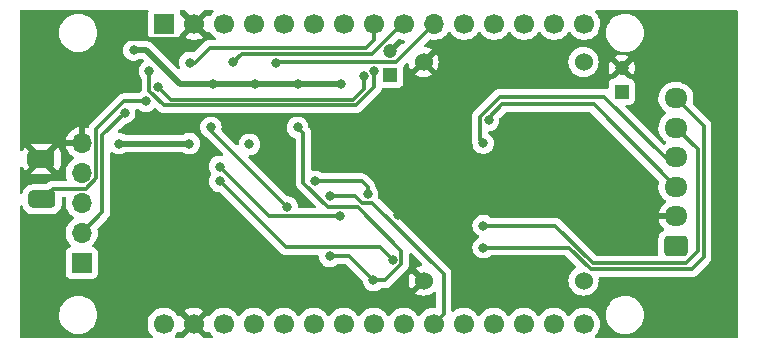
<source format=gbr>
%TF.GenerationSoftware,KiCad,Pcbnew,7.0.7*%
%TF.CreationDate,2023-09-17T21:28:58+02:00*%
%TF.ProjectId,PSACANBridgeHW_v12,50534143-414e-4427-9269-64676548575f,rev?*%
%TF.SameCoordinates,Original*%
%TF.FileFunction,Copper,L2,Bot*%
%TF.FilePolarity,Positive*%
%FSLAX46Y46*%
G04 Gerber Fmt 4.6, Leading zero omitted, Abs format (unit mm)*
G04 Created by KiCad (PCBNEW 7.0.7) date 2023-09-17 21:28:58*
%MOMM*%
%LPD*%
G01*
G04 APERTURE LIST*
G04 Aperture macros list*
%AMRoundRect*
0 Rectangle with rounded corners*
0 $1 Rounding radius*
0 $2 $3 $4 $5 $6 $7 $8 $9 X,Y pos of 4 corners*
0 Add a 4 corners polygon primitive as box body*
4,1,4,$2,$3,$4,$5,$6,$7,$8,$9,$2,$3,0*
0 Add four circle primitives for the rounded corners*
1,1,$1+$1,$2,$3*
1,1,$1+$1,$4,$5*
1,1,$1+$1,$6,$7*
1,1,$1+$1,$8,$9*
0 Add four rect primitives between the rounded corners*
20,1,$1+$1,$2,$3,$4,$5,0*
20,1,$1+$1,$4,$5,$6,$7,0*
20,1,$1+$1,$6,$7,$8,$9,0*
20,1,$1+$1,$8,$9,$2,$3,0*%
G04 Aperture macros list end*
%TA.AperFunction,ComponentPad*%
%ADD10R,1.700000X1.700000*%
%TD*%
%TA.AperFunction,ComponentPad*%
%ADD11O,1.700000X1.700000*%
%TD*%
%TA.AperFunction,SMDPad,CuDef*%
%ADD12RoundRect,0.381000X-0.762000X-0.381000X0.762000X-0.381000X0.762000X0.381000X-0.762000X0.381000X0*%
%TD*%
%TA.AperFunction,ComponentPad*%
%ADD13C,1.700000*%
%TD*%
%TA.AperFunction,ComponentPad*%
%ADD14C,1.524000*%
%TD*%
%TA.AperFunction,ComponentPad*%
%ADD15R,1.200000X1.200000*%
%TD*%
%TA.AperFunction,ComponentPad*%
%ADD16C,1.200000*%
%TD*%
%TA.AperFunction,ComponentPad*%
%ADD17RoundRect,0.250000X0.725000X-0.600000X0.725000X0.600000X-0.725000X0.600000X-0.725000X-0.600000X0*%
%TD*%
%TA.AperFunction,ComponentPad*%
%ADD18O,1.950000X1.700000*%
%TD*%
%TA.AperFunction,ViaPad*%
%ADD19C,0.800000*%
%TD*%
%TA.AperFunction,Conductor*%
%ADD20C,0.300000*%
%TD*%
%TA.AperFunction,Conductor*%
%ADD21C,0.500000*%
%TD*%
G04 APERTURE END LIST*
D10*
%TO.P,J2,1,Pin_1*%
%TO.N,/3V3*%
X121900000Y-137345000D03*
D11*
%TO.P,J2,2,Pin_2*%
%TO.N,/RX2*%
X121900000Y-134805000D03*
%TO.P,J2,3,Pin_3*%
%TO.N,/TX2*%
X121900000Y-132265000D03*
%TO.P,J2,4,Pin_4*%
%TO.N,unconnected-(J2-Pin_4-Pad4)*%
X121900000Y-129725000D03*
%TO.P,J2,5,Pin_5*%
%TO.N,GNDD*%
X121900000Y-127185000D03*
%TD*%
D12*
%TO.P,J3,1,Pin_1*%
%TO.N,/VBAT*%
X118540800Y-131966168D03*
%TO.P,J3,2,Pin_2*%
%TO.N,GNDD*%
X118490000Y-128537168D03*
%TD*%
D13*
%TO.P,U5,1,EN*%
%TO.N,unconnected-(U5-EN-Pad1)*%
X164399200Y-142506686D03*
%TO.P,U5,2,VP*%
%TO.N,unconnected-(U5-VP-Pad2)*%
X161859200Y-142506686D03*
%TO.P,U5,3,VN*%
%TO.N,unconnected-(U5-VN-Pad3)*%
X159319200Y-142506686D03*
%TO.P,U5,4,D34*%
%TO.N,unconnected-(U5-D34-Pad4)*%
X156779200Y-142506686D03*
%TO.P,U5,5,D35*%
%TO.N,unconnected-(U5-D35-Pad5)*%
X154239200Y-142506686D03*
%TO.P,U5,6,D32*%
%TO.N,/CS_CAN*%
X151699200Y-142506686D03*
%TO.P,U5,7,D33*%
%TO.N,/MOSI*%
X149159200Y-142506686D03*
%TO.P,U5,8,D25*%
%TO.N,/SCK*%
X146619200Y-142506686D03*
%TO.P,U5,9,D26*%
%TO.N,unconnected-(U5-D26-Pad9)*%
X144079200Y-142506686D03*
%TO.P,U5,10,D27*%
%TO.N,unconnected-(U5-D27-Pad10)*%
X141539200Y-142506686D03*
%TO.P,U5,11,D14*%
%TO.N,unconnected-(U5-D14-Pad11)*%
X138999200Y-142506686D03*
%TO.P,U5,12,D12*%
%TO.N,unconnected-(U5-D12-Pad12)*%
X136459200Y-142506686D03*
%TO.P,U5,13,D13*%
%TO.N,unconnected-(U5-D13-Pad13)*%
X133919200Y-142506686D03*
%TO.P,U5,14,GND*%
%TO.N,GNDD*%
X131379200Y-142506686D03*
%TO.P,U5,15,VIN*%
%TO.N,5V*%
X128839200Y-142506686D03*
%TO.P,U5,16,D23*%
%TO.N,unconnected-(U5-D23-Pad16)*%
X164450000Y-117094000D03*
%TO.P,U5,17,D22*%
%TO.N,unconnected-(U5-D22-Pad17)*%
X161910000Y-117094000D03*
%TO.P,U5,18,TX0*%
%TO.N,unconnected-(U5-TX0-Pad18)*%
X159370000Y-117094000D03*
%TO.P,U5,19,RX0*%
%TO.N,unconnected-(U5-RX0-Pad19)*%
X156830000Y-117094000D03*
%TO.P,U5,20,D21*%
%TO.N,unconnected-(U5-D21-Pad20)*%
X154290000Y-117094000D03*
D11*
%TO.P,U5,21,D19*%
%TO.N,/IRQ_R*%
X151750000Y-117094000D03*
D13*
%TO.P,U5,22,D18*%
%TO.N,/CAN_RX_R*%
X149210000Y-117094000D03*
%TO.P,U5,23,D5*%
%TO.N,/MISO_R*%
X146670000Y-117094000D03*
%TO.P,U5,24,TX2*%
%TO.N,/TX2*%
X144130000Y-117094000D03*
%TO.P,U5,25,RX2*%
%TO.N,/RX2*%
X141590000Y-117094000D03*
%TO.P,U5,26,D4*%
%TO.N,unconnected-(U5-D4-Pad26)*%
X139050000Y-117094000D03*
%TO.P,U5,27,D2*%
%TO.N,unconnected-(U5-D2-Pad27)*%
X136510000Y-117094000D03*
%TO.P,U5,28,D15*%
%TO.N,/CAN_TX*%
X133970000Y-117094000D03*
%TO.P,U5,29,GND*%
%TO.N,GNDD*%
X131430000Y-117094000D03*
D10*
%TO.P,U5,30,3V3*%
%TO.N,/3V3*%
X128890000Y-117094000D03*
%TD*%
D14*
%TO.P,U3,1,IN+*%
%TO.N,/+12V_D*%
X164390000Y-120323400D03*
%TO.P,U3,2,IN-*%
%TO.N,GNDD*%
X150851800Y-120323400D03*
%TO.P,U3,3,OUT+*%
%TO.N,/VOUT*%
X164390000Y-138840000D03*
%TO.P,U3,4,OUT-*%
%TO.N,GNDD*%
X150851800Y-138840000D03*
%TD*%
D15*
%TO.P,C3,1*%
%TO.N,/VIN*%
X167620000Y-122830000D03*
D16*
%TO.P,C3,2*%
%TO.N,GNDD*%
X167620000Y-120830000D03*
%TD*%
D15*
%TO.P,C8,1*%
%TO.N,5V*%
X148030000Y-121402600D03*
D16*
%TO.P,C8,2*%
%TO.N,GNDD*%
X148030000Y-119402600D03*
%TD*%
D17*
%TO.P,J1,1,Pin_1*%
%TO.N,/+12V*%
X172212000Y-135890000D03*
D18*
%TO.P,J1,2,Pin_2*%
%TO.N,GNDD*%
X172212000Y-133390000D03*
%TO.P,J1,3,Pin_3*%
%TO.N,/CAN1_H*%
X172212000Y-130890000D03*
%TO.P,J1,4,Pin_4*%
%TO.N,/CAN1_L*%
X172212000Y-128390000D03*
%TO.P,J1,5,Pin_5*%
%TO.N,/CAN2_H*%
X172212000Y-125890000D03*
%TO.P,J1,6,Pin_6*%
%TO.N,/CAN2_L*%
X172212000Y-123390000D03*
%TD*%
D19*
%TO.N,GNDD*%
X129930000Y-119410000D03*
X129480000Y-132620000D03*
X118400000Y-128800000D03*
X121970000Y-125440000D03*
%TO.N,/RX2*%
X125540000Y-124650000D03*
%TO.N,GNDD*%
X127120000Y-125020000D03*
X128849500Y-125029568D03*
%TO.N,/TX2*%
X127630000Y-121120000D03*
%TO.N,/VBAT*%
X127340000Y-123650000D03*
%TO.N,GNDD*%
X124640000Y-117547500D03*
%TO.N,/3V3*%
X126307500Y-119320000D03*
%TO.N,/MISO*%
X139310000Y-132610000D03*
X132840000Y-125870000D03*
%TO.N,5V*%
X131020000Y-127230000D03*
X125050000Y-127230000D03*
%TO.N,/RX2*%
X128380000Y-122440000D03*
%TO.N,GNDD*%
X148630000Y-125390000D03*
X151050000Y-129740000D03*
X148650000Y-133275000D03*
%TO.N,5V*%
X136100000Y-127300000D03*
%TO.N,/3V3*%
X140200000Y-122200000D03*
X143825000Y-122200000D03*
X136575000Y-122200000D03*
X133000000Y-122200000D03*
%TO.N,/IRQ*%
X146600000Y-138825000D03*
X140190000Y-125860000D03*
X142900000Y-136775000D03*
%TO.N,/MISO_R*%
X131050000Y-120380000D03*
%TO.N,/CAN_RX_R*%
X134725000Y-120365000D03*
%TO.N,/IRQ_R*%
X138350000Y-120390000D03*
%TO.N,/CAN2_L*%
X155900000Y-136050000D03*
%TO.N,/CAN2_H*%
X155900000Y-134175000D03*
%TO.N,/CAN1_L*%
X155900000Y-127200000D03*
%TO.N,/CAN1_H*%
X156350000Y-125275000D03*
%TO.N,Net-(U1-~{RESET})*%
X146100000Y-131500000D03*
X141650000Y-130425000D03*
%TO.N,/CS_CAN*%
X142900000Y-131700000D03*
%TO.N,/TX2*%
X146690000Y-121050000D03*
%TO.N,/RX2*%
X145796018Y-121496991D03*
%TO.N,Net-(U1-RXCAN)*%
X133600000Y-130425000D03*
X148225000Y-137125000D03*
%TO.N,Net-(U1-TXCAN)*%
X133575000Y-129175000D03*
X143810000Y-133390000D03*
%TD*%
D20*
%TO.N,/VBAT*%
X119441968Y-131065000D02*
X118540800Y-131966168D01*
X122257057Y-131065000D02*
X119441968Y-131065000D01*
X123150000Y-125979339D02*
X123150000Y-130172057D01*
X123150000Y-130172057D02*
X122257057Y-131065000D01*
%TO.N,/RX2*%
X123650000Y-133055000D02*
X121900000Y-134805000D01*
X123650000Y-126540000D02*
X123650000Y-133055000D01*
X125540000Y-124650000D02*
X123650000Y-126540000D01*
%TO.N,GNDD*%
X130130000Y-118394000D02*
X131430000Y-117094000D01*
X125486500Y-118394000D02*
X130130000Y-118394000D01*
X124640000Y-117547500D02*
X125486500Y-118394000D01*
D21*
%TO.N,/3V3*%
X130240000Y-122200000D02*
X133000000Y-122200000D01*
X127360000Y-119320000D02*
X130240000Y-122200000D01*
X126307500Y-119320000D02*
X127360000Y-119320000D01*
D20*
%TO.N,/VBAT*%
X127340000Y-123650000D02*
X125479339Y-123650000D01*
X125479339Y-123650000D02*
X123150000Y-125979339D01*
%TO.N,/TX2*%
X146690000Y-122410000D02*
X146690000Y-121050000D01*
X145095000Y-124005000D02*
X146690000Y-122410000D01*
X128884339Y-124005000D02*
X145095000Y-124005000D01*
X127630000Y-122750661D02*
X128884339Y-124005000D01*
X127630000Y-121120000D02*
X127630000Y-122750661D01*
D21*
%TO.N,5V*%
X131020000Y-127230000D02*
X125050000Y-127230000D01*
D20*
%TO.N,/MISO*%
X132840000Y-126140000D02*
X132840000Y-125870000D01*
X139310000Y-132610000D02*
X132840000Y-126140000D01*
%TO.N,/TX2*%
X146670000Y-121180000D02*
X146750000Y-121260000D01*
%TO.N,/RX2*%
X144870000Y-123505000D02*
X129445000Y-123505000D01*
X129445000Y-123505000D02*
X128380000Y-122440000D01*
%TO.N,Net-(U1-TXCAN)*%
X143795000Y-133375000D02*
X143810000Y-133390000D01*
X137725000Y-133375000D02*
X143795000Y-133375000D01*
%TO.N,/IRQ*%
X140675000Y-126345000D02*
X140238222Y-125908222D01*
X140675000Y-130535661D02*
X140675000Y-126345000D01*
%TO.N,/RX2*%
X145796018Y-121496991D02*
X145796018Y-122578982D01*
X145796018Y-122578982D02*
X144870000Y-123505000D01*
D21*
%TO.N,5V*%
X136100000Y-127300000D02*
X136075000Y-127325000D01*
%TO.N,/3V3*%
X136575000Y-122200000D02*
X133000000Y-122200000D01*
X140200000Y-122200000D02*
X136575000Y-122200000D01*
X143825000Y-122200000D02*
X140200000Y-122200000D01*
D20*
%TO.N,/IRQ_R*%
X138440000Y-120300000D02*
X138350000Y-120390000D01*
X148491400Y-120352600D02*
X147053261Y-120352600D01*
X147053261Y-120352600D02*
X147000661Y-120300000D01*
X147000661Y-120300000D02*
X138440000Y-120300000D01*
%TO.N,/CAN_RX_R*%
X146464097Y-119625000D02*
X148995097Y-117094000D01*
X148995097Y-117094000D02*
X149210000Y-117094000D01*
X135465000Y-119625000D02*
X146464097Y-119625000D01*
X134725000Y-120365000D02*
X135465000Y-119625000D01*
%TO.N,/MISO_R*%
X131470000Y-120380000D02*
X132725000Y-119125000D01*
X131050000Y-120380000D02*
X131470000Y-120380000D01*
%TO.N,/CAN2_H*%
X162004712Y-134175000D02*
X155900000Y-134175000D01*
X165204712Y-137375000D02*
X162004712Y-134175000D01*
X173041949Y-137375000D02*
X165204712Y-137375000D01*
%TO.N,/CAN2_L*%
X163172606Y-136050000D02*
X155900000Y-136050000D01*
X164997606Y-137875000D02*
X163172606Y-136050000D01*
X173550000Y-137875000D02*
X164997606Y-137875000D01*
%TO.N,/CS_CAN*%
X145592767Y-132250000D02*
X145042767Y-131700000D01*
X146500000Y-132250000D02*
X145592767Y-132250000D01*
X152549200Y-138299200D02*
X146500000Y-132250000D01*
X152549200Y-141656686D02*
X152549200Y-138299200D01*
X151699200Y-142506686D02*
X152549200Y-141656686D01*
%TO.N,/CAN1_L*%
X171280000Y-128390000D02*
X172212000Y-128390000D01*
X166140000Y-123250000D02*
X171280000Y-128390000D01*
X157314339Y-123250000D02*
X166140000Y-123250000D01*
%TO.N,/IRQ_R*%
X148491400Y-120352600D02*
X151750000Y-117094000D01*
%TO.N,/CAN_TX*%
X133970000Y-117094000D02*
X133970000Y-117172894D01*
%TO.N,/IRQ*%
X148975000Y-137435661D02*
X147585661Y-138825000D01*
X146600000Y-138825000D02*
X144550000Y-136775000D01*
X145260661Y-132625000D02*
X148975000Y-136339339D01*
X147585661Y-138825000D02*
X146600000Y-138825000D01*
X142764339Y-132625000D02*
X145260661Y-132625000D01*
X148975000Y-136339339D02*
X148975000Y-137435661D01*
X144550000Y-136775000D02*
X142900000Y-136775000D01*
X140675000Y-130535661D02*
X142764339Y-132625000D01*
%TO.N,/MISO_R*%
X132725000Y-119125000D02*
X146000000Y-119125000D01*
X146000000Y-119125000D02*
X146670000Y-118455000D01*
X146670000Y-118455000D02*
X146670000Y-117094000D01*
%TO.N,/CAN2_L*%
X172212000Y-123390000D02*
X174550000Y-125728000D01*
X174550000Y-125728000D02*
X174550000Y-136875000D01*
X174550000Y-136875000D02*
X173550000Y-137875000D01*
%TO.N,/CAN2_H*%
X174050000Y-127728000D02*
X172212000Y-125890000D01*
X173041949Y-137375000D02*
X174050000Y-136366949D01*
X174050000Y-136366949D02*
X174050000Y-127728000D01*
%TO.N,/CAN1_L*%
X155600000Y-126900000D02*
X155900000Y-127200000D01*
X155600000Y-124964339D02*
X155600000Y-126900000D01*
X157314339Y-123250000D02*
X155600000Y-124964339D01*
%TO.N,/CAN1_H*%
X156350000Y-125055973D02*
X156350000Y-125275000D01*
X157492973Y-123913000D02*
X156350000Y-125055973D01*
X172212000Y-130890000D02*
X165235000Y-123913000D01*
X165235000Y-123913000D02*
X157492973Y-123913000D01*
%TO.N,Net-(U1-~{RESET})*%
X146100000Y-131500000D02*
X146100000Y-130900000D01*
X145625000Y-130425000D02*
X141650000Y-130425000D01*
X146100000Y-130900000D02*
X145625000Y-130425000D01*
%TO.N,/CS_CAN*%
X142900000Y-131700000D02*
X145042767Y-131700000D01*
%TO.N,Net-(U1-RXCAN)*%
X147125000Y-136025000D02*
X139200000Y-136025000D01*
X148225000Y-137125000D02*
X147125000Y-136025000D01*
X139200000Y-136025000D02*
X133600000Y-130425000D01*
%TO.N,Net-(U1-TXCAN)*%
X137725000Y-133375000D02*
X133575000Y-129225000D01*
X133575000Y-129225000D02*
X133575000Y-129175000D01*
%TD*%
%TA.AperFunction,Conductor*%
%TO.N,GNDD*%
G36*
X177412621Y-115919502D02*
G01*
X177459114Y-115973158D01*
X177470500Y-116025500D01*
X177470500Y-143562500D01*
X177450498Y-143630621D01*
X177396842Y-143677114D01*
X177344500Y-143688500D01*
X165444995Y-143688500D01*
X165376874Y-143668498D01*
X165330381Y-143614842D01*
X165320277Y-143544568D01*
X165349771Y-143479988D01*
X165352294Y-143477162D01*
X165474922Y-143343954D01*
X165598060Y-143155477D01*
X165688496Y-142949302D01*
X165743764Y-142731054D01*
X165762356Y-142506686D01*
X165743764Y-142282318D01*
X165692969Y-142081734D01*
X165688497Y-142064073D01*
X165688496Y-142064072D01*
X165688496Y-142064070D01*
X165598060Y-141857895D01*
X165580798Y-141831473D01*
X165519260Y-141737282D01*
X166284255Y-141737282D01*
X166303087Y-141976567D01*
X166304074Y-141989101D01*
X166363041Y-142234719D01*
X166381175Y-142278497D01*
X166459707Y-142468091D01*
X166591689Y-142683466D01*
X166755738Y-142875544D01*
X166947816Y-143039593D01*
X167163191Y-143171575D01*
X167396561Y-143268240D01*
X167642180Y-143327208D01*
X167894000Y-143347027D01*
X168145820Y-143327208D01*
X168391439Y-143268240D01*
X168624809Y-143171575D01*
X168840184Y-143039593D01*
X169032262Y-142875544D01*
X169196311Y-142683466D01*
X169328293Y-142468091D01*
X169424958Y-142234721D01*
X169483926Y-141989102D01*
X169503745Y-141737282D01*
X169483926Y-141485462D01*
X169424958Y-141239843D01*
X169328293Y-141006473D01*
X169196311Y-140791098D01*
X169032262Y-140599020D01*
X168840184Y-140434971D01*
X168624809Y-140302989D01*
X168391439Y-140206324D01*
X168391437Y-140206323D01*
X168223416Y-140165985D01*
X168145820Y-140147356D01*
X167894000Y-140127537D01*
X167893999Y-140127537D01*
X167642180Y-140147356D01*
X167396562Y-140206323D01*
X167163192Y-140302988D01*
X166947817Y-140434970D01*
X166755738Y-140599020D01*
X166591688Y-140791099D01*
X166459706Y-141006474D01*
X166363041Y-141239844D01*
X166328964Y-141381786D01*
X166304074Y-141485462D01*
X166284255Y-141737282D01*
X165519260Y-141737282D01*
X165474924Y-141669420D01*
X165474920Y-141669415D01*
X165322437Y-141503777D01*
X165227308Y-141429735D01*
X165144776Y-141365497D01*
X164946774Y-141258344D01*
X164946772Y-141258343D01*
X164946771Y-141258342D01*
X164733839Y-141185243D01*
X164733830Y-141185241D01*
X164689676Y-141177873D01*
X164511769Y-141148186D01*
X164286631Y-141148186D01*
X164138411Y-141172919D01*
X164064569Y-141185241D01*
X164064560Y-141185243D01*
X163851628Y-141258342D01*
X163851626Y-141258344D01*
X163653626Y-141365496D01*
X163653624Y-141365497D01*
X163475962Y-141503777D01*
X163323479Y-141669415D01*
X163234683Y-141805329D01*
X163180679Y-141851417D01*
X163110331Y-141860992D01*
X163045974Y-141831015D01*
X163023717Y-141805329D01*
X162934920Y-141669415D01*
X162782437Y-141503777D01*
X162687308Y-141429735D01*
X162604776Y-141365497D01*
X162406774Y-141258344D01*
X162406772Y-141258343D01*
X162406771Y-141258342D01*
X162193839Y-141185243D01*
X162193830Y-141185241D01*
X162149676Y-141177873D01*
X161971769Y-141148186D01*
X161746631Y-141148186D01*
X161598411Y-141172919D01*
X161524569Y-141185241D01*
X161524560Y-141185243D01*
X161311628Y-141258342D01*
X161311626Y-141258344D01*
X161113626Y-141365496D01*
X161113624Y-141365497D01*
X160935962Y-141503777D01*
X160783479Y-141669415D01*
X160694683Y-141805329D01*
X160640679Y-141851417D01*
X160570331Y-141860992D01*
X160505974Y-141831015D01*
X160483717Y-141805329D01*
X160394920Y-141669415D01*
X160242437Y-141503777D01*
X160147308Y-141429735D01*
X160064776Y-141365497D01*
X159866774Y-141258344D01*
X159866772Y-141258343D01*
X159866771Y-141258342D01*
X159653839Y-141185243D01*
X159653830Y-141185241D01*
X159609676Y-141177873D01*
X159431769Y-141148186D01*
X159206631Y-141148186D01*
X159058411Y-141172919D01*
X158984569Y-141185241D01*
X158984560Y-141185243D01*
X158771628Y-141258342D01*
X158771626Y-141258344D01*
X158573626Y-141365496D01*
X158573624Y-141365497D01*
X158395962Y-141503777D01*
X158243479Y-141669415D01*
X158154683Y-141805329D01*
X158100679Y-141851417D01*
X158030331Y-141860992D01*
X157965974Y-141831015D01*
X157943717Y-141805329D01*
X157854920Y-141669415D01*
X157702437Y-141503777D01*
X157607308Y-141429735D01*
X157524776Y-141365497D01*
X157326774Y-141258344D01*
X157326772Y-141258343D01*
X157326771Y-141258342D01*
X157113839Y-141185243D01*
X157113830Y-141185241D01*
X157069676Y-141177873D01*
X156891769Y-141148186D01*
X156666631Y-141148186D01*
X156518411Y-141172919D01*
X156444569Y-141185241D01*
X156444560Y-141185243D01*
X156231628Y-141258342D01*
X156231626Y-141258344D01*
X156033626Y-141365496D01*
X156033624Y-141365497D01*
X155855962Y-141503777D01*
X155703479Y-141669415D01*
X155614683Y-141805329D01*
X155560679Y-141851417D01*
X155490331Y-141860992D01*
X155425974Y-141831015D01*
X155403717Y-141805329D01*
X155314920Y-141669415D01*
X155162437Y-141503777D01*
X155067308Y-141429735D01*
X154984776Y-141365497D01*
X154786774Y-141258344D01*
X154786772Y-141258343D01*
X154786771Y-141258342D01*
X154573839Y-141185243D01*
X154573830Y-141185241D01*
X154529676Y-141177873D01*
X154351769Y-141148186D01*
X154126631Y-141148186D01*
X153978410Y-141172919D01*
X153904569Y-141185241D01*
X153904560Y-141185243D01*
X153691628Y-141258342D01*
X153691626Y-141258344D01*
X153493626Y-141365496D01*
X153493617Y-141365501D01*
X153411090Y-141429735D01*
X153345048Y-141455791D01*
X153275403Y-141442005D01*
X153224266Y-141392755D01*
X153207700Y-141330303D01*
X153207700Y-138385814D01*
X153209492Y-138369579D01*
X153209243Y-138369556D01*
X153209987Y-138361670D01*
X153209989Y-138361663D01*
X153207700Y-138288839D01*
X153207700Y-138257768D01*
X153206769Y-138250409D01*
X153206306Y-138244522D01*
X153204762Y-138195369D01*
X153198779Y-138174776D01*
X153194771Y-138155418D01*
X153192082Y-138134139D01*
X153192082Y-138134136D01*
X153173977Y-138088408D01*
X153172063Y-138082819D01*
X153158345Y-138035600D01*
X153147424Y-138017135D01*
X153138731Y-137999389D01*
X153130835Y-137979444D01*
X153101936Y-137939670D01*
X153098682Y-137934717D01*
X153073653Y-137892393D01*
X153073652Y-137892391D01*
X153058488Y-137877227D01*
X153045647Y-137862193D01*
X153033041Y-137844843D01*
X153033036Y-137844838D01*
X153010015Y-137825794D01*
X152995150Y-137813497D01*
X152990777Y-137809517D01*
X147026875Y-131845615D01*
X147016668Y-131832874D01*
X147016475Y-131833035D01*
X147010781Y-131826153D01*
X147010200Y-131824801D01*
X147009580Y-131824027D01*
X147007165Y-131820221D01*
X147008004Y-131819688D01*
X146982767Y-131760917D01*
X146988029Y-131706892D01*
X146993542Y-131689928D01*
X147013504Y-131500000D01*
X146993542Y-131310072D01*
X146934527Y-131128444D01*
X146839040Y-130963056D01*
X146788828Y-130907290D01*
X146758113Y-130843286D01*
X146756529Y-130826947D01*
X146755562Y-130796169D01*
X146749580Y-130775581D01*
X146745570Y-130756218D01*
X146742882Y-130734936D01*
X146742881Y-130734934D01*
X146742881Y-130734932D01*
X146729754Y-130701780D01*
X146724778Y-130689214D01*
X146722860Y-130683610D01*
X146721649Y-130679441D01*
X146709145Y-130636399D01*
X146698228Y-130617940D01*
X146689529Y-130600182D01*
X146681637Y-130580248D01*
X146681635Y-130580245D01*
X146681635Y-130580244D01*
X146652731Y-130540462D01*
X146649479Y-130535511D01*
X146624452Y-130493193D01*
X146624451Y-130493192D01*
X146624450Y-130493190D01*
X146609291Y-130478031D01*
X146596450Y-130462998D01*
X146591258Y-130455852D01*
X146583841Y-130445643D01*
X146558889Y-130425000D01*
X146545949Y-130414294D01*
X146541569Y-130410309D01*
X146151874Y-130020614D01*
X146141664Y-130007869D01*
X146141471Y-130008030D01*
X146136417Y-130001921D01*
X146083314Y-129952054D01*
X146061343Y-129930082D01*
X146061325Y-129930066D01*
X146055482Y-129925534D01*
X146050967Y-129921678D01*
X146033926Y-129905676D01*
X146015133Y-129888028D01*
X146015130Y-129888026D01*
X146015125Y-129888023D01*
X145996338Y-129877694D01*
X145979818Y-129866843D01*
X145962867Y-129853695D01*
X145917739Y-129834166D01*
X145912421Y-129831561D01*
X145880262Y-129813882D01*
X145869338Y-129807876D01*
X145869335Y-129807875D01*
X145848568Y-129802543D01*
X145829865Y-129796140D01*
X145819703Y-129791743D01*
X145810176Y-129787620D01*
X145810174Y-129787619D01*
X145810175Y-129787619D01*
X145761619Y-129779929D01*
X145755804Y-129778725D01*
X145708188Y-129766500D01*
X145686741Y-129766500D01*
X145667032Y-129764949D01*
X145645848Y-129761594D01*
X145645847Y-129761594D01*
X145596906Y-129766220D01*
X145590973Y-129766500D01*
X142330224Y-129766500D01*
X142262103Y-129746498D01*
X142256163Y-129742436D01*
X142214190Y-129711941D01*
X142106752Y-129633882D01*
X141932288Y-129556206D01*
X141745487Y-129516500D01*
X141554513Y-129516500D01*
X141554512Y-129516500D01*
X141485697Y-129531127D01*
X141414906Y-129525725D01*
X141358273Y-129482908D01*
X141333780Y-129416270D01*
X141333500Y-129407880D01*
X141333500Y-126431611D01*
X141335292Y-126415382D01*
X141335042Y-126415359D01*
X141335788Y-126407465D01*
X141333500Y-126334657D01*
X141333500Y-126303576D01*
X141333500Y-126303568D01*
X141332571Y-126296220D01*
X141332106Y-126290316D01*
X141330562Y-126241169D01*
X141324579Y-126220576D01*
X141320571Y-126201218D01*
X141317882Y-126179939D01*
X141317882Y-126179936D01*
X141299777Y-126134208D01*
X141297863Y-126128619D01*
X141284145Y-126081400D01*
X141273226Y-126062939D01*
X141264528Y-126045182D01*
X141264152Y-126044232D01*
X141256635Y-126025244D01*
X141242439Y-126005705D01*
X141227731Y-125985461D01*
X141224471Y-125980498D01*
X141199450Y-125938190D01*
X141184291Y-125923031D01*
X141171450Y-125907998D01*
X141158841Y-125890643D01*
X141141377Y-125876195D01*
X141101641Y-125817361D01*
X141096386Y-125792283D01*
X141094514Y-125774475D01*
X141083542Y-125670072D01*
X141024527Y-125488444D01*
X140929040Y-125323056D01*
X140929038Y-125323054D01*
X140929034Y-125323048D01*
X140801255Y-125181135D01*
X140646752Y-125068882D01*
X140472288Y-124991206D01*
X140285487Y-124951500D01*
X140094513Y-124951500D01*
X139907711Y-124991206D01*
X139733247Y-125068882D01*
X139578744Y-125181135D01*
X139450965Y-125323048D01*
X139450958Y-125323058D01*
X139355476Y-125488438D01*
X139355473Y-125488444D01*
X139347948Y-125511603D01*
X139296457Y-125670072D01*
X139276496Y-125860000D01*
X139296457Y-126049927D01*
X139322021Y-126128603D01*
X139355473Y-126231556D01*
X139355476Y-126231561D01*
X139450958Y-126396941D01*
X139450965Y-126396951D01*
X139578744Y-126538864D01*
X139578747Y-126538866D01*
X139733248Y-126651118D01*
X139907712Y-126728794D01*
X139914252Y-126730184D01*
X139916693Y-126730703D01*
X139979168Y-126764429D01*
X140013491Y-126826577D01*
X140016500Y-126853950D01*
X140016500Y-130449050D01*
X140014708Y-130465281D01*
X140014958Y-130465305D01*
X140014211Y-130473197D01*
X140016500Y-130546002D01*
X140016500Y-130577091D01*
X140017427Y-130584437D01*
X140017893Y-130590351D01*
X140019437Y-130639490D01*
X140019438Y-130639493D01*
X140025421Y-130660090D01*
X140029428Y-130679441D01*
X140032117Y-130700721D01*
X140032117Y-130700723D01*
X140050216Y-130746439D01*
X140052139Y-130752055D01*
X140065853Y-130799258D01*
X140065853Y-130799259D01*
X140076771Y-130817719D01*
X140085468Y-130835472D01*
X140093364Y-130855416D01*
X140093367Y-130855421D01*
X140095654Y-130858568D01*
X140122265Y-130895193D01*
X140125521Y-130900151D01*
X140150547Y-130942468D01*
X140165714Y-130957635D01*
X140178552Y-130972666D01*
X140191158Y-130990017D01*
X140229039Y-131021355D01*
X140233420Y-131025341D01*
X140989458Y-131781379D01*
X141709484Y-132501405D01*
X141743510Y-132563717D01*
X141738445Y-132634532D01*
X141695898Y-132691368D01*
X141629378Y-132716179D01*
X141620389Y-132716500D01*
X140348149Y-132716500D01*
X140280028Y-132696498D01*
X140233535Y-132642842D01*
X140222839Y-132603670D01*
X140203542Y-132420072D01*
X140179785Y-132346957D01*
X140144527Y-132238444D01*
X140049040Y-132073056D01*
X140049038Y-132073054D01*
X140049034Y-132073048D01*
X139921255Y-131931135D01*
X139766752Y-131818882D01*
X139592288Y-131741206D01*
X139405487Y-131701500D01*
X139384950Y-131701500D01*
X139316829Y-131681498D01*
X139295855Y-131664595D01*
X136054855Y-128423595D01*
X136020829Y-128361283D01*
X136025894Y-128290468D01*
X136068441Y-128233632D01*
X136134961Y-128208821D01*
X136143950Y-128208500D01*
X136195487Y-128208500D01*
X136382288Y-128168794D01*
X136556752Y-128091118D01*
X136711253Y-127978866D01*
X136728611Y-127959588D01*
X136839034Y-127836951D01*
X136839035Y-127836949D01*
X136839040Y-127836944D01*
X136934527Y-127671556D01*
X136993542Y-127489928D01*
X137013504Y-127300000D01*
X136993542Y-127110072D01*
X136934527Y-126928444D01*
X136839040Y-126763056D01*
X136839038Y-126763054D01*
X136839034Y-126763048D01*
X136711255Y-126621135D01*
X136556752Y-126508882D01*
X136382288Y-126431206D01*
X136195487Y-126391500D01*
X136004513Y-126391500D01*
X135817711Y-126431206D01*
X135643247Y-126508882D01*
X135488744Y-126621135D01*
X135360965Y-126763048D01*
X135360958Y-126763058D01*
X135275924Y-126910342D01*
X135265473Y-126928444D01*
X135257908Y-126951727D01*
X135206457Y-127110072D01*
X135189833Y-127268244D01*
X135162820Y-127333901D01*
X135104598Y-127374530D01*
X135033653Y-127377233D01*
X134975428Y-127344168D01*
X133772010Y-126140750D01*
X133737984Y-126078438D01*
X133735795Y-126038489D01*
X133753504Y-125870000D01*
X133733542Y-125680072D01*
X133674527Y-125498444D01*
X133579040Y-125333056D01*
X133579038Y-125333054D01*
X133579034Y-125333048D01*
X133451255Y-125191135D01*
X133296752Y-125078882D01*
X133122288Y-125001206D01*
X132935487Y-124961500D01*
X132744513Y-124961500D01*
X132557711Y-125001206D01*
X132383247Y-125078882D01*
X132228744Y-125191135D01*
X132100965Y-125333048D01*
X132100958Y-125333058D01*
X132005476Y-125498438D01*
X132005473Y-125498444D01*
X132000270Y-125514457D01*
X131946457Y-125680072D01*
X131926496Y-125870000D01*
X131946457Y-126059927D01*
X131961559Y-126106404D01*
X132005473Y-126241556D01*
X132005476Y-126241561D01*
X132100958Y-126406941D01*
X132100965Y-126406951D01*
X132228744Y-126548864D01*
X132231870Y-126551135D01*
X132383248Y-126661118D01*
X132438191Y-126685580D01*
X132445931Y-126689026D01*
X132483778Y-126715038D01*
X133832917Y-128064177D01*
X133866943Y-128126489D01*
X133861878Y-128197304D01*
X133819331Y-128254140D01*
X133752811Y-128278951D01*
X133717626Y-128276519D01*
X133670489Y-128266500D01*
X133670487Y-128266500D01*
X133479513Y-128266500D01*
X133292711Y-128306206D01*
X133118247Y-128383882D01*
X132963744Y-128496135D01*
X132835965Y-128638048D01*
X132835958Y-128638058D01*
X132740476Y-128803438D01*
X132740473Y-128803445D01*
X132681457Y-128985072D01*
X132661496Y-129174999D01*
X132681457Y-129364927D01*
X132694483Y-129405016D01*
X132740473Y-129546556D01*
X132748234Y-129559998D01*
X132835958Y-129711941D01*
X132835962Y-129711946D01*
X132852335Y-129730130D01*
X132883052Y-129794138D01*
X132874288Y-129864592D01*
X132864182Y-129882292D01*
X132864261Y-129882338D01*
X132765476Y-130053438D01*
X132765473Y-130053445D01*
X132706457Y-130235072D01*
X132686496Y-130424999D01*
X132706457Y-130614927D01*
X132720700Y-130658761D01*
X132765473Y-130796556D01*
X132787941Y-130835472D01*
X132860958Y-130961941D01*
X132860965Y-130961951D01*
X132988744Y-131103864D01*
X133022577Y-131128445D01*
X133143248Y-131216118D01*
X133317712Y-131293794D01*
X133504513Y-131333500D01*
X133525050Y-131333500D01*
X133593171Y-131353502D01*
X133614145Y-131370405D01*
X138673125Y-136429385D01*
X138683338Y-136442131D01*
X138683531Y-136441972D01*
X138688583Y-136448079D01*
X138688584Y-136448080D01*
X138741685Y-136497945D01*
X138763667Y-136519927D01*
X138763675Y-136519933D01*
X138769517Y-136524465D01*
X138774033Y-136528322D01*
X138809867Y-136561972D01*
X138828669Y-136572308D01*
X138845175Y-136583151D01*
X138862132Y-136596304D01*
X138907254Y-136615829D01*
X138912580Y-136618439D01*
X138955659Y-136642123D01*
X138955663Y-136642124D01*
X138976432Y-136647456D01*
X138995134Y-136653859D01*
X139014824Y-136662380D01*
X139063395Y-136670072D01*
X139069189Y-136671271D01*
X139116812Y-136683500D01*
X139138259Y-136683500D01*
X139157967Y-136685050D01*
X139179152Y-136688406D01*
X139216880Y-136684839D01*
X139228094Y-136683780D01*
X139234027Y-136683500D01*
X141863428Y-136683500D01*
X141931549Y-136703502D01*
X141978042Y-136757158D01*
X141988738Y-136796330D01*
X142006457Y-136964927D01*
X142019738Y-137005800D01*
X142065473Y-137146556D01*
X142076132Y-137165018D01*
X142160958Y-137311941D01*
X142160965Y-137311951D01*
X142288744Y-137453864D01*
X142347511Y-137496561D01*
X142443248Y-137566118D01*
X142617712Y-137643794D01*
X142804513Y-137683500D01*
X142995487Y-137683500D01*
X143182288Y-137643794D01*
X143356752Y-137566118D01*
X143506163Y-137457563D01*
X143573031Y-137433706D01*
X143580224Y-137433500D01*
X144225050Y-137433500D01*
X144293171Y-137453502D01*
X144314145Y-137470405D01*
X145657030Y-138813290D01*
X145691056Y-138875602D01*
X145693244Y-138889210D01*
X145706458Y-139014928D01*
X145706458Y-139014930D01*
X145706459Y-139014932D01*
X145710671Y-139027895D01*
X145765473Y-139196556D01*
X145765476Y-139196561D01*
X145860958Y-139361941D01*
X145860965Y-139361951D01*
X145988744Y-139503864D01*
X145988747Y-139503866D01*
X146143248Y-139616118D01*
X146317712Y-139693794D01*
X146504513Y-139733500D01*
X146695487Y-139733500D01*
X146882288Y-139693794D01*
X147056752Y-139616118D01*
X147206163Y-139507563D01*
X147273031Y-139483706D01*
X147280224Y-139483500D01*
X147499050Y-139483500D01*
X147515281Y-139485291D01*
X147515305Y-139485042D01*
X147523197Y-139485788D01*
X147523197Y-139485787D01*
X147523198Y-139485788D01*
X147596003Y-139483500D01*
X147627093Y-139483500D01*
X147634440Y-139482571D01*
X147640343Y-139482106D01*
X147689492Y-139480562D01*
X147710082Y-139474579D01*
X147729437Y-139470571D01*
X147750725Y-139467882D01*
X147796457Y-139449775D01*
X147802041Y-139447863D01*
X147849261Y-139434145D01*
X147867711Y-139423232D01*
X147885474Y-139414530D01*
X147905417Y-139406635D01*
X147945198Y-139377730D01*
X147950148Y-139374480D01*
X147959836Y-139368750D01*
X147992468Y-139349453D01*
X148007638Y-139334281D01*
X148022666Y-139321447D01*
X148040018Y-139308841D01*
X148071363Y-139270950D01*
X148075331Y-139266588D01*
X149379386Y-137962533D01*
X149392129Y-137952326D01*
X149391969Y-137952132D01*
X149398074Y-137947080D01*
X149398080Y-137947077D01*
X149447945Y-137893975D01*
X149469927Y-137871994D01*
X149474470Y-137866136D01*
X149478308Y-137861641D01*
X149511972Y-137825794D01*
X149522310Y-137806988D01*
X149533152Y-137790484D01*
X149546304Y-137773529D01*
X149565832Y-137728398D01*
X149568441Y-137723075D01*
X149592124Y-137679998D01*
X149597457Y-137659223D01*
X149603856Y-137640530D01*
X149612380Y-137620837D01*
X149620074Y-137572252D01*
X149621271Y-137566471D01*
X149633500Y-137518849D01*
X149633500Y-137497401D01*
X149635051Y-137477691D01*
X149636205Y-137470405D01*
X149638406Y-137456509D01*
X149633780Y-137407564D01*
X149633500Y-137401632D01*
X149633500Y-136618950D01*
X149653502Y-136550829D01*
X149707158Y-136504336D01*
X149777432Y-136494232D01*
X149842012Y-136523726D01*
X149848595Y-136529855D01*
X150691283Y-137372543D01*
X150725309Y-137434855D01*
X150720244Y-137505670D01*
X150677697Y-137562506D01*
X150634799Y-137583345D01*
X150415777Y-137642031D01*
X150415772Y-137642033D01*
X150214375Y-137735946D01*
X150151195Y-137780184D01*
X150684297Y-138313286D01*
X150718322Y-138375599D01*
X150713258Y-138446414D01*
X150670711Y-138503250D01*
X150655172Y-138513195D01*
X150614550Y-138535178D01*
X150528430Y-138628729D01*
X150528426Y-138628735D01*
X150527164Y-138631613D01*
X150524391Y-138634911D01*
X150522720Y-138637470D01*
X150522410Y-138637267D01*
X150481482Y-138685961D01*
X150413669Y-138706983D01*
X150345256Y-138688006D01*
X150322683Y-138670092D01*
X149791985Y-138139394D01*
X149747746Y-138202575D01*
X149653833Y-138403972D01*
X149653831Y-138403976D01*
X149596317Y-138618625D01*
X149576949Y-138840000D01*
X149596317Y-139061374D01*
X149653831Y-139276023D01*
X149653833Y-139276027D01*
X149747746Y-139477425D01*
X149791984Y-139540603D01*
X149791985Y-139540603D01*
X150324872Y-139007715D01*
X150387185Y-138973690D01*
X150458000Y-138978754D01*
X150514836Y-139021301D01*
X150519451Y-139027895D01*
X150567610Y-139101609D01*
X150567611Y-139101610D01*
X150567612Y-139101611D01*
X150567613Y-139101612D01*
X150667957Y-139179713D01*
X150667958Y-139179713D01*
X150669704Y-139181072D01*
X150711175Y-139238697D01*
X150714909Y-139309596D01*
X150681409Y-139369599D01*
X150151195Y-139899813D01*
X150151195Y-139899814D01*
X150214375Y-139944053D01*
X150214374Y-139944053D01*
X150415772Y-140037966D01*
X150415776Y-140037968D01*
X150630425Y-140095482D01*
X150851800Y-140114850D01*
X151073174Y-140095482D01*
X151287823Y-140037968D01*
X151287827Y-140037966D01*
X151489226Y-139944052D01*
X151671252Y-139816596D01*
X151675599Y-139812250D01*
X151737909Y-139778221D01*
X151808725Y-139783282D01*
X151865564Y-139825825D01*
X151890378Y-139892344D01*
X151890700Y-139901340D01*
X151890700Y-141022186D01*
X151870698Y-141090307D01*
X151817042Y-141136800D01*
X151764700Y-141148186D01*
X151586631Y-141148186D01*
X151438411Y-141172919D01*
X151364569Y-141185241D01*
X151364560Y-141185243D01*
X151151628Y-141258342D01*
X151151626Y-141258344D01*
X150953626Y-141365496D01*
X150953624Y-141365497D01*
X150775962Y-141503777D01*
X150623479Y-141669415D01*
X150534683Y-141805329D01*
X150480679Y-141851417D01*
X150410331Y-141860992D01*
X150345974Y-141831015D01*
X150323717Y-141805329D01*
X150234920Y-141669415D01*
X150082437Y-141503777D01*
X149987308Y-141429735D01*
X149904776Y-141365497D01*
X149706774Y-141258344D01*
X149706772Y-141258343D01*
X149706771Y-141258342D01*
X149493839Y-141185243D01*
X149493830Y-141185241D01*
X149449676Y-141177873D01*
X149271769Y-141148186D01*
X149046631Y-141148186D01*
X148898411Y-141172919D01*
X148824569Y-141185241D01*
X148824560Y-141185243D01*
X148611628Y-141258342D01*
X148611626Y-141258344D01*
X148413626Y-141365496D01*
X148413624Y-141365497D01*
X148235962Y-141503777D01*
X148083479Y-141669415D01*
X147994683Y-141805329D01*
X147940679Y-141851417D01*
X147870331Y-141860992D01*
X147805974Y-141831015D01*
X147783717Y-141805329D01*
X147694920Y-141669415D01*
X147542437Y-141503777D01*
X147447308Y-141429735D01*
X147364776Y-141365497D01*
X147166774Y-141258344D01*
X147166772Y-141258343D01*
X147166771Y-141258342D01*
X146953839Y-141185243D01*
X146953830Y-141185241D01*
X146909676Y-141177873D01*
X146731769Y-141148186D01*
X146506631Y-141148186D01*
X146358411Y-141172919D01*
X146284569Y-141185241D01*
X146284560Y-141185243D01*
X146071628Y-141258342D01*
X146071626Y-141258344D01*
X145873626Y-141365496D01*
X145873624Y-141365497D01*
X145695962Y-141503777D01*
X145543479Y-141669415D01*
X145543479Y-141669416D01*
X145454682Y-141805329D01*
X145400678Y-141851417D01*
X145330330Y-141860992D01*
X145265973Y-141831014D01*
X145243716Y-141805328D01*
X145154924Y-141669420D01*
X145154920Y-141669415D01*
X145002437Y-141503777D01*
X144907308Y-141429735D01*
X144824776Y-141365497D01*
X144626774Y-141258344D01*
X144626772Y-141258343D01*
X144626771Y-141258342D01*
X144413839Y-141185243D01*
X144413830Y-141185241D01*
X144369676Y-141177873D01*
X144191769Y-141148186D01*
X143966631Y-141148186D01*
X143818411Y-141172919D01*
X143744569Y-141185241D01*
X143744560Y-141185243D01*
X143531628Y-141258342D01*
X143531626Y-141258344D01*
X143333626Y-141365496D01*
X143333624Y-141365497D01*
X143155962Y-141503777D01*
X143003479Y-141669415D01*
X142914683Y-141805329D01*
X142860679Y-141851417D01*
X142790331Y-141860992D01*
X142725974Y-141831015D01*
X142703717Y-141805329D01*
X142614920Y-141669415D01*
X142462437Y-141503777D01*
X142367308Y-141429735D01*
X142284776Y-141365497D01*
X142086774Y-141258344D01*
X142086772Y-141258343D01*
X142086771Y-141258342D01*
X141873839Y-141185243D01*
X141873830Y-141185241D01*
X141829676Y-141177873D01*
X141651769Y-141148186D01*
X141426631Y-141148186D01*
X141278411Y-141172919D01*
X141204569Y-141185241D01*
X141204560Y-141185243D01*
X140991628Y-141258342D01*
X140991626Y-141258344D01*
X140793626Y-141365496D01*
X140793624Y-141365497D01*
X140615962Y-141503777D01*
X140463479Y-141669415D01*
X140374683Y-141805329D01*
X140320679Y-141851417D01*
X140250331Y-141860992D01*
X140185974Y-141831015D01*
X140163717Y-141805329D01*
X140074920Y-141669415D01*
X139922437Y-141503777D01*
X139827308Y-141429735D01*
X139744776Y-141365497D01*
X139546774Y-141258344D01*
X139546772Y-141258343D01*
X139546771Y-141258342D01*
X139333839Y-141185243D01*
X139333830Y-141185241D01*
X139289676Y-141177873D01*
X139111769Y-141148186D01*
X138886631Y-141148186D01*
X138738411Y-141172919D01*
X138664569Y-141185241D01*
X138664560Y-141185243D01*
X138451628Y-141258342D01*
X138451626Y-141258344D01*
X138253626Y-141365496D01*
X138253624Y-141365497D01*
X138075962Y-141503777D01*
X137923479Y-141669415D01*
X137834683Y-141805329D01*
X137780679Y-141851417D01*
X137710331Y-141860992D01*
X137645974Y-141831015D01*
X137623717Y-141805329D01*
X137534920Y-141669415D01*
X137382437Y-141503777D01*
X137287308Y-141429735D01*
X137204776Y-141365497D01*
X137006774Y-141258344D01*
X137006772Y-141258343D01*
X137006771Y-141258342D01*
X136793839Y-141185243D01*
X136793830Y-141185241D01*
X136749676Y-141177873D01*
X136571769Y-141148186D01*
X136346631Y-141148186D01*
X136198411Y-141172919D01*
X136124569Y-141185241D01*
X136124560Y-141185243D01*
X135911628Y-141258342D01*
X135911626Y-141258344D01*
X135713626Y-141365496D01*
X135713624Y-141365497D01*
X135535962Y-141503777D01*
X135383479Y-141669415D01*
X135294683Y-141805329D01*
X135240679Y-141851417D01*
X135170331Y-141860992D01*
X135105974Y-141831015D01*
X135083717Y-141805329D01*
X134994920Y-141669415D01*
X134842437Y-141503777D01*
X134747308Y-141429735D01*
X134664776Y-141365497D01*
X134466774Y-141258344D01*
X134466772Y-141258343D01*
X134466771Y-141258342D01*
X134253839Y-141185243D01*
X134253830Y-141185241D01*
X134209676Y-141177873D01*
X134031769Y-141148186D01*
X133806631Y-141148186D01*
X133658411Y-141172919D01*
X133584569Y-141185241D01*
X133584560Y-141185243D01*
X133371628Y-141258342D01*
X133371626Y-141258344D01*
X133173626Y-141365496D01*
X133173624Y-141365497D01*
X132995962Y-141503777D01*
X132843479Y-141669415D01*
X132754383Y-141805788D01*
X132700379Y-141851876D01*
X132630031Y-141861451D01*
X132565674Y-141831474D01*
X132543418Y-141805788D01*
X132502276Y-141742818D01*
X131992116Y-142252978D01*
X131929804Y-142287003D01*
X131858988Y-142281938D01*
X131802153Y-142239391D01*
X131797036Y-142232022D01*
X131760961Y-142175888D01*
X131652300Y-142081734D01*
X131652298Y-142081733D01*
X131645489Y-142075833D01*
X131647512Y-142073497D01*
X131611112Y-142031495D01*
X131601002Y-141961222D01*
X131630490Y-141896638D01*
X131636626Y-141890047D01*
X132144888Y-141381785D01*
X132124506Y-141365921D01*
X132124499Y-141365916D01*
X131926571Y-141258804D01*
X131926569Y-141258802D01*
X131713716Y-141185730D01*
X131713709Y-141185728D01*
X131491723Y-141148686D01*
X131266677Y-141148686D01*
X131044690Y-141185728D01*
X131044683Y-141185730D01*
X130831830Y-141258802D01*
X130831828Y-141258804D01*
X130633900Y-141365916D01*
X130613510Y-141381785D01*
X130613510Y-141381786D01*
X131121772Y-141890047D01*
X131155797Y-141952360D01*
X131150733Y-142023175D01*
X131112054Y-142074843D01*
X131112911Y-142075833D01*
X131108364Y-142079772D01*
X131108186Y-142080011D01*
X131107698Y-142080349D01*
X130997438Y-142175888D01*
X130961375Y-142232004D01*
X130907719Y-142278497D01*
X130837445Y-142288600D01*
X130772864Y-142259107D01*
X130766282Y-142252978D01*
X130256122Y-141742818D01*
X130256120Y-141742818D01*
X130214980Y-141805788D01*
X130160976Y-141851876D01*
X130090628Y-141861451D01*
X130026271Y-141831473D01*
X130004022Y-141805797D01*
X129914922Y-141669418D01*
X129762440Y-141503780D01*
X129762439Y-141503779D01*
X129762437Y-141503777D01*
X129667308Y-141429735D01*
X129584776Y-141365497D01*
X129386774Y-141258344D01*
X129386772Y-141258343D01*
X129386771Y-141258342D01*
X129173839Y-141185243D01*
X129173830Y-141185241D01*
X129129676Y-141177873D01*
X128951769Y-141148186D01*
X128726631Y-141148186D01*
X128578411Y-141172919D01*
X128504569Y-141185241D01*
X128504560Y-141185243D01*
X128291628Y-141258342D01*
X128291626Y-141258344D01*
X128093626Y-141365496D01*
X128093624Y-141365497D01*
X127915962Y-141503777D01*
X127763479Y-141669415D01*
X127763475Y-141669420D01*
X127640341Y-141857892D01*
X127549903Y-142064072D01*
X127549902Y-142064073D01*
X127494637Y-142282310D01*
X127494636Y-142282316D01*
X127494636Y-142282318D01*
X127476044Y-142506686D01*
X127494115Y-142724770D01*
X127494637Y-142731061D01*
X127549902Y-142949298D01*
X127549903Y-142949299D01*
X127549904Y-142949302D01*
X127638780Y-143151921D01*
X127640341Y-143155479D01*
X127763475Y-143343951D01*
X127763480Y-143343956D01*
X127886106Y-143477162D01*
X127917527Y-143540827D01*
X127909541Y-143611373D01*
X127864682Y-143666402D01*
X127797193Y-143688443D01*
X127793405Y-143688500D01*
X116787500Y-143688500D01*
X116719379Y-143668498D01*
X116672886Y-143614842D01*
X116661500Y-143562500D01*
X116661500Y-141737282D01*
X119990255Y-141737282D01*
X120009087Y-141976567D01*
X120010074Y-141989101D01*
X120069041Y-142234719D01*
X120087175Y-142278497D01*
X120165707Y-142468091D01*
X120297689Y-142683466D01*
X120461738Y-142875544D01*
X120653816Y-143039593D01*
X120869191Y-143171575D01*
X121102561Y-143268240D01*
X121348180Y-143327208D01*
X121600000Y-143347027D01*
X121851820Y-143327208D01*
X122097439Y-143268240D01*
X122330809Y-143171575D01*
X122546184Y-143039593D01*
X122738262Y-142875544D01*
X122902311Y-142683466D01*
X123034293Y-142468091D01*
X123130958Y-142234721D01*
X123189926Y-141989102D01*
X123209745Y-141737282D01*
X123189926Y-141485462D01*
X123130958Y-141239843D01*
X123034293Y-141006473D01*
X122902311Y-140791098D01*
X122738262Y-140599020D01*
X122546184Y-140434971D01*
X122330809Y-140302989D01*
X122097439Y-140206324D01*
X122097437Y-140206323D01*
X121929416Y-140165985D01*
X121851820Y-140147356D01*
X121600000Y-140127537D01*
X121348180Y-140147356D01*
X121102562Y-140206323D01*
X120869192Y-140302988D01*
X120653817Y-140434970D01*
X120461738Y-140599020D01*
X120297688Y-140791099D01*
X120165706Y-141006474D01*
X120069041Y-141239844D01*
X120034964Y-141381786D01*
X120010074Y-141485462D01*
X119990255Y-141737282D01*
X116661500Y-141737282D01*
X116661500Y-132571177D01*
X116681502Y-132503056D01*
X116735158Y-132456563D01*
X116805432Y-132446459D01*
X116870012Y-132475953D01*
X116908396Y-132535679D01*
X116909203Y-132538551D01*
X116943806Y-132667692D01*
X116968675Y-132716500D01*
X117028694Y-132834294D01*
X117028694Y-132834295D01*
X117146363Y-132979604D01*
X117291672Y-133097273D01*
X117291673Y-133097273D01*
X117291675Y-133097275D01*
X117458276Y-133182162D01*
X117638885Y-133230556D01*
X117677713Y-133233612D01*
X117716539Y-133236668D01*
X117716542Y-133236668D01*
X119365061Y-133236668D01*
X119398339Y-133234048D01*
X119442715Y-133230556D01*
X119623324Y-133182162D01*
X119789925Y-133097275D01*
X119935236Y-132979604D01*
X120052907Y-132834293D01*
X120137794Y-132667692D01*
X120186188Y-132487083D01*
X120192300Y-132409426D01*
X120192300Y-131849500D01*
X120212302Y-131781379D01*
X120265958Y-131734886D01*
X120318300Y-131723500D01*
X120473860Y-131723500D01*
X120541981Y-131743502D01*
X120588474Y-131797158D01*
X120598578Y-131867432D01*
X120596004Y-131880431D01*
X120555437Y-132040624D01*
X120555436Y-132040630D01*
X120555436Y-132040632D01*
X120536844Y-132265000D01*
X120555246Y-132487079D01*
X120555437Y-132489375D01*
X120610702Y-132707612D01*
X120610703Y-132707613D01*
X120610704Y-132707616D01*
X120701140Y-132913791D01*
X120701141Y-132913793D01*
X120824275Y-133102265D01*
X120824279Y-133102270D01*
X120976762Y-133267908D01*
X121017142Y-133299337D01*
X121154424Y-133406189D01*
X121187680Y-133424186D01*
X121238070Y-133474196D01*
X121253423Y-133543513D01*
X121228864Y-133610126D01*
X121187683Y-133645811D01*
X121154430Y-133663807D01*
X121154424Y-133663811D01*
X120976762Y-133802091D01*
X120824279Y-133967729D01*
X120824275Y-133967734D01*
X120701141Y-134156206D01*
X120610703Y-134362386D01*
X120610702Y-134362387D01*
X120555437Y-134580624D01*
X120555437Y-134580627D01*
X120555436Y-134580632D01*
X120536844Y-134805000D01*
X120552786Y-134997393D01*
X120555437Y-135029375D01*
X120610702Y-135247612D01*
X120610703Y-135247613D01*
X120610704Y-135247616D01*
X120664884Y-135371134D01*
X120701141Y-135453793D01*
X120824275Y-135642265D01*
X120824280Y-135642270D01*
X120967475Y-135797820D01*
X120998896Y-135861485D01*
X120990909Y-135932031D01*
X120946051Y-135987060D01*
X120918807Y-136001213D01*
X120803797Y-136044110D01*
X120803792Y-136044112D01*
X120686738Y-136131738D01*
X120599112Y-136248792D01*
X120599110Y-136248797D01*
X120548011Y-136385795D01*
X120548009Y-136385803D01*
X120541500Y-136446350D01*
X120541500Y-138243649D01*
X120548009Y-138304196D01*
X120548011Y-138304204D01*
X120599110Y-138441202D01*
X120599112Y-138441207D01*
X120686738Y-138558261D01*
X120803792Y-138645887D01*
X120803794Y-138645888D01*
X120803796Y-138645889D01*
X120862875Y-138667924D01*
X120940795Y-138696988D01*
X120940803Y-138696990D01*
X121001350Y-138703499D01*
X121001355Y-138703499D01*
X121001362Y-138703500D01*
X121001368Y-138703500D01*
X122798632Y-138703500D01*
X122798638Y-138703500D01*
X122798645Y-138703499D01*
X122798649Y-138703499D01*
X122859196Y-138696990D01*
X122859199Y-138696989D01*
X122859201Y-138696989D01*
X122996204Y-138645889D01*
X123007451Y-138637470D01*
X123113261Y-138558261D01*
X123200887Y-138441207D01*
X123200887Y-138441206D01*
X123200889Y-138441204D01*
X123251989Y-138304201D01*
X123258088Y-138247475D01*
X123258499Y-138243649D01*
X123258500Y-138243632D01*
X123258500Y-136446367D01*
X123258499Y-136446350D01*
X123251990Y-136385803D01*
X123251988Y-136385795D01*
X123200889Y-136248797D01*
X123200887Y-136248792D01*
X123113261Y-136131738D01*
X122996207Y-136044112D01*
X122996203Y-136044110D01*
X122881192Y-136001213D01*
X122824356Y-135958667D01*
X122799546Y-135892146D01*
X122814638Y-135822772D01*
X122832525Y-135797820D01*
X122975714Y-135642277D01*
X122975724Y-135642265D01*
X123060140Y-135513056D01*
X123098860Y-135453791D01*
X123189296Y-135247616D01*
X123244564Y-135029368D01*
X123263156Y-134805000D01*
X123244564Y-134580632D01*
X123223961Y-134499274D01*
X123226627Y-134428329D01*
X123257008Y-134379250D01*
X124054386Y-133581872D01*
X124067129Y-133571665D01*
X124066969Y-133571471D01*
X124073074Y-133566419D01*
X124073080Y-133566416D01*
X124122945Y-133513314D01*
X124144927Y-133491333D01*
X124149470Y-133485475D01*
X124153308Y-133480980D01*
X124186972Y-133445133D01*
X124197310Y-133426327D01*
X124208152Y-133409823D01*
X124221304Y-133392868D01*
X124240832Y-133347737D01*
X124243441Y-133342414D01*
X124267124Y-133299337D01*
X124272457Y-133278562D01*
X124278856Y-133259869D01*
X124287380Y-133240176D01*
X124295074Y-133191590D01*
X124296266Y-133185830D01*
X124308500Y-133138188D01*
X124308499Y-133116739D01*
X124310050Y-133097030D01*
X124313406Y-133075848D01*
X124308778Y-133026890D01*
X124308499Y-133020993D01*
X124308499Y-128061523D01*
X124328501Y-127993403D01*
X124382157Y-127946910D01*
X124452431Y-127936806D01*
X124508559Y-127959587D01*
X124593248Y-128021118D01*
X124767712Y-128098794D01*
X124954513Y-128138500D01*
X125145487Y-128138500D01*
X125332288Y-128098794D01*
X125506752Y-128021118D01*
X125518524Y-128012564D01*
X125585391Y-127988706D01*
X125592587Y-127988500D01*
X130477413Y-127988500D01*
X130545534Y-128008502D01*
X130551471Y-128012562D01*
X130563248Y-128021118D01*
X130737712Y-128098794D01*
X130924513Y-128138500D01*
X131115487Y-128138500D01*
X131302288Y-128098794D01*
X131476752Y-128021118D01*
X131631253Y-127908866D01*
X131666919Y-127869255D01*
X131759034Y-127766951D01*
X131759035Y-127766949D01*
X131759040Y-127766944D01*
X131854527Y-127601556D01*
X131913542Y-127419928D01*
X131933504Y-127230000D01*
X131913542Y-127040072D01*
X131854527Y-126858444D01*
X131759040Y-126693056D01*
X131759038Y-126693054D01*
X131759034Y-126693048D01*
X131631255Y-126551135D01*
X131476752Y-126438882D01*
X131302288Y-126361206D01*
X131115487Y-126321500D01*
X130924513Y-126321500D01*
X130737711Y-126361206D01*
X130563245Y-126438883D01*
X130551476Y-126447435D01*
X130484609Y-126471294D01*
X130477413Y-126471500D01*
X125592587Y-126471500D01*
X125524466Y-126451498D01*
X125518524Y-126447435D01*
X125506754Y-126438883D01*
X125439370Y-126408882D01*
X125332288Y-126361206D01*
X125145487Y-126321500D01*
X125103950Y-126321500D01*
X125035829Y-126301498D01*
X124989336Y-126247842D01*
X124979232Y-126177568D01*
X125008726Y-126112988D01*
X125014855Y-126106404D01*
X125162769Y-125958491D01*
X125525855Y-125595404D01*
X125588168Y-125561379D01*
X125614951Y-125558500D01*
X125635487Y-125558500D01*
X125822288Y-125518794D01*
X125996752Y-125441118D01*
X126151253Y-125328866D01*
X126156483Y-125323058D01*
X126279034Y-125186951D01*
X126279035Y-125186949D01*
X126279040Y-125186944D01*
X126374527Y-125021556D01*
X126399892Y-124943491D01*
X154936594Y-124943491D01*
X154941220Y-124992433D01*
X154941500Y-124998366D01*
X154941500Y-126813389D01*
X154939708Y-126829620D01*
X154939958Y-126829644D01*
X154939211Y-126837536D01*
X154941500Y-126910341D01*
X154941500Y-126941430D01*
X154942427Y-126948776D01*
X154942893Y-126954690D01*
X154944437Y-127003829D01*
X154944438Y-127003832D01*
X154950421Y-127024429D01*
X154954428Y-127043780D01*
X154957117Y-127065060D01*
X154957117Y-127065062D01*
X154957118Y-127065064D01*
X154974937Y-127110072D01*
X154975214Y-127110770D01*
X154977138Y-127116389D01*
X154983566Y-127138516D01*
X154987879Y-127186834D01*
X154986496Y-127199996D01*
X154986496Y-127199999D01*
X155006457Y-127389927D01*
X155036526Y-127482470D01*
X155065473Y-127571556D01*
X155065476Y-127571561D01*
X155160958Y-127736941D01*
X155160965Y-127736951D01*
X155288744Y-127878864D01*
X155330038Y-127908866D01*
X155443248Y-127991118D01*
X155617712Y-128068794D01*
X155804513Y-128108500D01*
X155995487Y-128108500D01*
X156182288Y-128068794D01*
X156356752Y-127991118D01*
X156511253Y-127878866D01*
X156519907Y-127869255D01*
X156639034Y-127736951D01*
X156639035Y-127736949D01*
X156639040Y-127736944D01*
X156734527Y-127571556D01*
X156793542Y-127389928D01*
X156813504Y-127200000D01*
X156793542Y-127010072D01*
X156734527Y-126828444D01*
X156639040Y-126663056D01*
X156639038Y-126663054D01*
X156639034Y-126663048D01*
X156511255Y-126521135D01*
X156360267Y-126411436D01*
X156316913Y-126355214D01*
X156310838Y-126284478D01*
X156343969Y-126221686D01*
X156405789Y-126186774D01*
X156434328Y-126183500D01*
X156445487Y-126183500D01*
X156632288Y-126143794D01*
X156806752Y-126066118D01*
X156961253Y-125953866D01*
X156961255Y-125953864D01*
X157089034Y-125811951D01*
X157089035Y-125811949D01*
X157089040Y-125811944D01*
X157184527Y-125646556D01*
X157243542Y-125464928D01*
X157263504Y-125275000D01*
X157250643Y-125152639D01*
X157263415Y-125082801D01*
X157286855Y-125050376D01*
X157728828Y-124608404D01*
X157791141Y-124574379D01*
X157817924Y-124571500D01*
X164910050Y-124571500D01*
X164978171Y-124591502D01*
X164999145Y-124608405D01*
X170756731Y-130365991D01*
X170790757Y-130428303D01*
X170788113Y-130491981D01*
X170754189Y-130602756D01*
X170752630Y-130614928D01*
X170729372Y-130796561D01*
X170724815Y-130832144D01*
X170734630Y-131063178D01*
X170783351Y-131289240D01*
X170869575Y-131503815D01*
X170869577Y-131503819D01*
X170978979Y-131681498D01*
X170990821Y-131700730D01*
X171010861Y-131723500D01*
X171100016Y-131824801D01*
X171143602Y-131874324D01*
X171323524Y-132019600D01*
X171345222Y-132031721D01*
X171394935Y-132082401D01*
X171409358Y-132151918D01*
X171383907Y-132218196D01*
X171354328Y-132246111D01*
X171230794Y-132329606D01*
X171230786Y-132329612D01*
X171063903Y-132489556D01*
X171063897Y-132489564D01*
X170926443Y-132675413D01*
X170822369Y-132881834D01*
X170754679Y-133102864D01*
X170750437Y-133136000D01*
X171623212Y-133136000D01*
X171691333Y-133156002D01*
X171737826Y-133209658D01*
X171747930Y-133279932D01*
X171744109Y-133297491D01*
X171737000Y-133321705D01*
X171737000Y-133458295D01*
X171744108Y-133482502D01*
X171744108Y-133553498D01*
X171705725Y-133613224D01*
X171641144Y-133642717D01*
X171623212Y-133644000D01*
X170752561Y-133644000D01*
X170783831Y-133789093D01*
X170870022Y-134003587D01*
X170991227Y-134200435D01*
X171143951Y-134373961D01*
X171143950Y-134373961D01*
X171171474Y-134396184D01*
X171211910Y-134454541D01*
X171214377Y-134525494D01*
X171178091Y-134586518D01*
X171158467Y-134601458D01*
X171013353Y-134690966D01*
X171013341Y-134690975D01*
X170887975Y-134816341D01*
X170887970Y-134816347D01*
X170794885Y-134967262D01*
X170739113Y-135135572D01*
X170739112Y-135135579D01*
X170728500Y-135239446D01*
X170728500Y-136540545D01*
X170732296Y-136577696D01*
X170719320Y-136647496D01*
X170670667Y-136699201D01*
X170606948Y-136716500D01*
X165529661Y-136716500D01*
X165461540Y-136696498D01*
X165440566Y-136679595D01*
X163988578Y-135227607D01*
X162531587Y-133770615D01*
X162521376Y-133757869D01*
X162521183Y-133758030D01*
X162516129Y-133751921D01*
X162463026Y-133702054D01*
X162441055Y-133680082D01*
X162441037Y-133680066D01*
X162435194Y-133675534D01*
X162430679Y-133671678D01*
X162422297Y-133663807D01*
X162394845Y-133638028D01*
X162394842Y-133638026D01*
X162394837Y-133638023D01*
X162376050Y-133627694D01*
X162359530Y-133616843D01*
X162342579Y-133603695D01*
X162297451Y-133584166D01*
X162292133Y-133581561D01*
X162264582Y-133566415D01*
X162249050Y-133557876D01*
X162249047Y-133557875D01*
X162228280Y-133552543D01*
X162209577Y-133546140D01*
X162199415Y-133541743D01*
X162189888Y-133537620D01*
X162189886Y-133537619D01*
X162189887Y-133537619D01*
X162141331Y-133529929D01*
X162135516Y-133528725D01*
X162087900Y-133516500D01*
X162066453Y-133516500D01*
X162046744Y-133514949D01*
X162025560Y-133511594D01*
X162025559Y-133511594D01*
X161976618Y-133516220D01*
X161970685Y-133516500D01*
X156580224Y-133516500D01*
X156512103Y-133496498D01*
X156506163Y-133492436D01*
X156459169Y-133458293D01*
X156356752Y-133383882D01*
X156182288Y-133306206D01*
X155995487Y-133266500D01*
X155804513Y-133266500D01*
X155617711Y-133306206D01*
X155443247Y-133383882D01*
X155288744Y-133496135D01*
X155160965Y-133638048D01*
X155160958Y-133638058D01*
X155065476Y-133803438D01*
X155065473Y-133803445D01*
X155006457Y-133985072D01*
X154986496Y-134174999D01*
X155006457Y-134364927D01*
X155027058Y-134428329D01*
X155065473Y-134546556D01*
X155065476Y-134546561D01*
X155160958Y-134711941D01*
X155160965Y-134711951D01*
X155288744Y-134853864D01*
X155288747Y-134853866D01*
X155443248Y-134966118D01*
X155506335Y-134994206D01*
X155513493Y-134997393D01*
X155567589Y-135043374D01*
X155588238Y-135111301D01*
X155568885Y-135179609D01*
X155515675Y-135226610D01*
X155513493Y-135227607D01*
X155443247Y-135258882D01*
X155288744Y-135371135D01*
X155160965Y-135513048D01*
X155160958Y-135513058D01*
X155065476Y-135678438D01*
X155065473Y-135678445D01*
X155006457Y-135860072D01*
X154986496Y-136050000D01*
X155006457Y-136239927D01*
X155035388Y-136328964D01*
X155065473Y-136421556D01*
X155065476Y-136421561D01*
X155160958Y-136586941D01*
X155160965Y-136586951D01*
X155288744Y-136728864D01*
X155288747Y-136728866D01*
X155443248Y-136841118D01*
X155617712Y-136918794D01*
X155804513Y-136958500D01*
X155995487Y-136958500D01*
X156182288Y-136918794D01*
X156356752Y-136841118D01*
X156506163Y-136732563D01*
X156573031Y-136708706D01*
X156580224Y-136708500D01*
X162847656Y-136708500D01*
X162915777Y-136728502D01*
X162936751Y-136745405D01*
X163748798Y-137557452D01*
X163782824Y-137619764D01*
X163777759Y-137690579D01*
X163735212Y-137747415D01*
X163731974Y-137749760D01*
X163570222Y-137863020D01*
X163570216Y-137863025D01*
X163413025Y-138020216D01*
X163413020Y-138020222D01*
X163285512Y-138202323D01*
X163191561Y-138403801D01*
X163191559Y-138403806D01*
X163166359Y-138497856D01*
X163134022Y-138618537D01*
X163114647Y-138840000D01*
X163134022Y-139061463D01*
X163170222Y-139196561D01*
X163191559Y-139276193D01*
X163191561Y-139276199D01*
X163285511Y-139477675D01*
X163285512Y-139477677D01*
X163413016Y-139659772D01*
X163413020Y-139659777D01*
X163413023Y-139659781D01*
X163570219Y-139816977D01*
X163570223Y-139816980D01*
X163570227Y-139816983D01*
X163582855Y-139825825D01*
X163752323Y-139944488D01*
X163953804Y-140038440D01*
X164168537Y-140095978D01*
X164390000Y-140115353D01*
X164611463Y-140095978D01*
X164826196Y-140038440D01*
X165027677Y-139944488D01*
X165209781Y-139816977D01*
X165366977Y-139659781D01*
X165494488Y-139477677D01*
X165588440Y-139276196D01*
X165645978Y-139061463D01*
X165665353Y-138840000D01*
X165650522Y-138670479D01*
X165664511Y-138600877D01*
X165713911Y-138549884D01*
X165776043Y-138533500D01*
X173463389Y-138533500D01*
X173479620Y-138535291D01*
X173479644Y-138535042D01*
X173487536Y-138535788D01*
X173487536Y-138535787D01*
X173487537Y-138535788D01*
X173560342Y-138533500D01*
X173591432Y-138533500D01*
X173598779Y-138532571D01*
X173604682Y-138532106D01*
X173653831Y-138530562D01*
X173674421Y-138524579D01*
X173693776Y-138520571D01*
X173715064Y-138517882D01*
X173760796Y-138499775D01*
X173766380Y-138497863D01*
X173813600Y-138484145D01*
X173832050Y-138473232D01*
X173849813Y-138464530D01*
X173869756Y-138456635D01*
X173909537Y-138427730D01*
X173914487Y-138424480D01*
X173924175Y-138418750D01*
X173956807Y-138399453D01*
X173971977Y-138384281D01*
X173987005Y-138371447D01*
X174004357Y-138358841D01*
X174035702Y-138320950D01*
X174039670Y-138316588D01*
X174954386Y-137401872D01*
X174967129Y-137391665D01*
X174966969Y-137391471D01*
X174973074Y-137386419D01*
X174973080Y-137386416D01*
X175022945Y-137333314D01*
X175044927Y-137311333D01*
X175049470Y-137305475D01*
X175053308Y-137300980D01*
X175086972Y-137265133D01*
X175097310Y-137246327D01*
X175108152Y-137229823D01*
X175121304Y-137212868D01*
X175140832Y-137167737D01*
X175143441Y-137162414D01*
X175167124Y-137119337D01*
X175172457Y-137098562D01*
X175178856Y-137079869D01*
X175187380Y-137060176D01*
X175195074Y-137011591D01*
X175196271Y-137005810D01*
X175208500Y-136958188D01*
X175208500Y-136936741D01*
X175210051Y-136917030D01*
X175213406Y-136895848D01*
X175208780Y-136846903D01*
X175208500Y-136840971D01*
X175208500Y-125814611D01*
X175210292Y-125798382D01*
X175210042Y-125798359D01*
X175210788Y-125790465D01*
X175208500Y-125717657D01*
X175208500Y-125686576D01*
X175208500Y-125686568D01*
X175207571Y-125679220D01*
X175207106Y-125673316D01*
X175205562Y-125624169D01*
X175199579Y-125603576D01*
X175195571Y-125584218D01*
X175192882Y-125562939D01*
X175192882Y-125562936D01*
X175174777Y-125517208D01*
X175172863Y-125511619D01*
X175159145Y-125464400D01*
X175148226Y-125445939D01*
X175139528Y-125428182D01*
X175131635Y-125408244D01*
X175102731Y-125368461D01*
X175099471Y-125363498D01*
X175078988Y-125328864D01*
X175074452Y-125321193D01*
X175074451Y-125321192D01*
X175074450Y-125321190D01*
X175059291Y-125306031D01*
X175046450Y-125290998D01*
X175033841Y-125273643D01*
X174995945Y-125242293D01*
X174991571Y-125238312D01*
X173667268Y-123914008D01*
X173633242Y-123851696D01*
X173635886Y-123788017D01*
X173669811Y-123677243D01*
X173699184Y-123447865D01*
X173689369Y-123216822D01*
X173686615Y-123204045D01*
X173657374Y-123068365D01*
X173640649Y-122990762D01*
X173554426Y-122776187D01*
X173549126Y-122767580D01*
X173477822Y-122651775D01*
X173433179Y-122579270D01*
X173280398Y-122405676D01*
X173100476Y-122260400D01*
X172898591Y-122147620D01*
X172898590Y-122147619D01*
X172898589Y-122147619D01*
X172680557Y-122070582D01*
X172629046Y-122061749D01*
X172452625Y-122031500D01*
X172029287Y-122031500D01*
X171856582Y-122046198D01*
X171856578Y-122046199D01*
X171632798Y-122104468D01*
X171632794Y-122104469D01*
X171632793Y-122104470D01*
X171596678Y-122120795D01*
X171422076Y-122199719D01*
X171422070Y-122199722D01*
X171230478Y-122329216D01*
X171230477Y-122329217D01*
X171063521Y-122489230D01*
X170926013Y-122675154D01*
X170821903Y-122881647D01*
X170777346Y-123027141D01*
X170754189Y-123102757D01*
X170739583Y-123216822D01*
X170724815Y-123332144D01*
X170734630Y-123563178D01*
X170783351Y-123789240D01*
X170869575Y-124003815D01*
X170869577Y-124003819D01*
X170990819Y-124200727D01*
X170990821Y-124200730D01*
X171143602Y-124374324D01*
X171199209Y-124419223D01*
X171322524Y-124518793D01*
X171323524Y-124519600D01*
X171344733Y-124531448D01*
X171394446Y-124582129D01*
X171408869Y-124651645D01*
X171383418Y-124717923D01*
X171353839Y-124745838D01*
X171230478Y-124829216D01*
X171230477Y-124829217D01*
X171063521Y-124989230D01*
X170926013Y-125175154D01*
X170821903Y-125381647D01*
X170786135Y-125498444D01*
X170754189Y-125602757D01*
X170737254Y-125735009D01*
X170724815Y-125832144D01*
X170734630Y-126063178D01*
X170783351Y-126289240D01*
X170869575Y-126503815D01*
X170869577Y-126503819D01*
X170990819Y-126700727D01*
X170990822Y-126700731D01*
X171125892Y-126854202D01*
X171143602Y-126874324D01*
X171188210Y-126910342D01*
X171311723Y-127010072D01*
X171323524Y-127019600D01*
X171344733Y-127031448D01*
X171394446Y-127082129D01*
X171408869Y-127151645D01*
X171383418Y-127217923D01*
X171353839Y-127245838D01*
X171268877Y-127303262D01*
X171201237Y-127324836D01*
X171132672Y-127306417D01*
X171109225Y-127287965D01*
X167974855Y-124153595D01*
X167940829Y-124091283D01*
X167945894Y-124020468D01*
X167988441Y-123963632D01*
X168054961Y-123938821D01*
X168063950Y-123938500D01*
X168268632Y-123938500D01*
X168268638Y-123938500D01*
X168268645Y-123938499D01*
X168268649Y-123938499D01*
X168329196Y-123931990D01*
X168329199Y-123931989D01*
X168329201Y-123931989D01*
X168466204Y-123880889D01*
X168583261Y-123793261D01*
X168670889Y-123676204D01*
X168721989Y-123539201D01*
X168728500Y-123478638D01*
X168728500Y-122181362D01*
X168725284Y-122151445D01*
X168721990Y-122120803D01*
X168721988Y-122120795D01*
X168688682Y-122031500D01*
X168670889Y-121983796D01*
X168670888Y-121983794D01*
X168670887Y-121983792D01*
X168583261Y-121866738D01*
X168466207Y-121779112D01*
X168466202Y-121779110D01*
X168329204Y-121728011D01*
X168329196Y-121728009D01*
X168268649Y-121721500D01*
X168268638Y-121721500D01*
X168204480Y-121721500D01*
X168136359Y-121701498D01*
X168115384Y-121684595D01*
X167728554Y-121297764D01*
X167694529Y-121235452D01*
X167699594Y-121164636D01*
X167742141Y-121107801D01*
X167751306Y-121101550D01*
X167825610Y-121055543D01*
X167893201Y-120966038D01*
X167893200Y-120966038D01*
X167900237Y-120956721D01*
X167903333Y-120959059D01*
X167937201Y-120922514D01*
X168005951Y-120904796D01*
X168073366Y-120927060D01*
X168090841Y-120941631D01*
X168565611Y-121416401D01*
X168565612Y-121416400D01*
X168566074Y-121415789D01*
X168566077Y-121415785D01*
X168657605Y-121231970D01*
X168657608Y-121231962D01*
X168713800Y-121034465D01*
X168713800Y-121034461D01*
X168732746Y-120830004D01*
X168732746Y-120829995D01*
X168713800Y-120625538D01*
X168713800Y-120625534D01*
X168657608Y-120428037D01*
X168657605Y-120428029D01*
X168566076Y-120244213D01*
X168565611Y-120243598D01*
X168086965Y-120722244D01*
X168024653Y-120756269D01*
X167953837Y-120751204D01*
X167897002Y-120708657D01*
X167885082Y-120689315D01*
X167863552Y-120646078D01*
X167863550Y-120646076D01*
X167863549Y-120646074D01*
X167780670Y-120570518D01*
X167780667Y-120570516D01*
X167773291Y-120567659D01*
X167716997Y-120524398D01*
X167693028Y-120457570D01*
X167708993Y-120388392D01*
X167729715Y-120361072D01*
X168203003Y-119887784D01*
X168115995Y-119833910D01*
X168115988Y-119833907D01*
X167924525Y-119759733D01*
X167924522Y-119759732D01*
X167722669Y-119722000D01*
X167517331Y-119722000D01*
X167315477Y-119759732D01*
X167315474Y-119759733D01*
X167124012Y-119833907D01*
X167124000Y-119833913D01*
X167036994Y-119887784D01*
X167511445Y-120362235D01*
X167545471Y-120424547D01*
X167540406Y-120495362D01*
X167497859Y-120552198D01*
X167488681Y-120558457D01*
X167414391Y-120604455D01*
X167414390Y-120604455D01*
X167339763Y-120703279D01*
X167336672Y-120700945D01*
X167302731Y-120737525D01*
X167233970Y-120755200D01*
X167166568Y-120732894D01*
X167149158Y-120718368D01*
X166674387Y-120243597D01*
X166674386Y-120243597D01*
X166673926Y-120244208D01*
X166582394Y-120428029D01*
X166582391Y-120428037D01*
X166526199Y-120625534D01*
X166526199Y-120625538D01*
X166507253Y-120829995D01*
X166507253Y-120830004D01*
X166526199Y-121034461D01*
X166526199Y-121034465D01*
X166582391Y-121231962D01*
X166582394Y-121231970D01*
X166673925Y-121415789D01*
X166674386Y-121416400D01*
X166674388Y-121416400D01*
X167153034Y-120937755D01*
X167215346Y-120903729D01*
X167286161Y-120908794D01*
X167342997Y-120951341D01*
X167354916Y-120970682D01*
X167376448Y-121013922D01*
X167376450Y-121013925D01*
X167459329Y-121089481D01*
X167459332Y-121089483D01*
X167459333Y-121089483D01*
X167459334Y-121089484D01*
X167466701Y-121092338D01*
X167522997Y-121135594D01*
X167546970Y-121202421D01*
X167531008Y-121271600D01*
X167510284Y-121298925D01*
X167124616Y-121684595D01*
X167062304Y-121718620D01*
X167035520Y-121721500D01*
X166971350Y-121721500D01*
X166910803Y-121728009D01*
X166910795Y-121728011D01*
X166773797Y-121779110D01*
X166773792Y-121779112D01*
X166656738Y-121866738D01*
X166569112Y-121983792D01*
X166569110Y-121983797D01*
X166518011Y-122120795D01*
X166518009Y-122120803D01*
X166511500Y-122181350D01*
X166511500Y-122501433D01*
X166491498Y-122569554D01*
X166437842Y-122616047D01*
X166367568Y-122626151D01*
X166335460Y-122617070D01*
X166325176Y-122612620D01*
X166325175Y-122612619D01*
X166276619Y-122604929D01*
X166270804Y-122603725D01*
X166223188Y-122591500D01*
X166201741Y-122591500D01*
X166182032Y-122589949D01*
X166160848Y-122586594D01*
X166160847Y-122586594D01*
X166111906Y-122591220D01*
X166105973Y-122591500D01*
X157400950Y-122591500D01*
X157384718Y-122589708D01*
X157384695Y-122589958D01*
X157376802Y-122589211D01*
X157306216Y-122591430D01*
X157303997Y-122591500D01*
X157272907Y-122591500D01*
X157265561Y-122592427D01*
X157259648Y-122592893D01*
X157210507Y-122594437D01*
X157189909Y-122600421D01*
X157170563Y-122604428D01*
X157149274Y-122607118D01*
X157103562Y-122625216D01*
X157097945Y-122627139D01*
X157050739Y-122640854D01*
X157032272Y-122651775D01*
X157014523Y-122660469D01*
X156994585Y-122668363D01*
X156994581Y-122668365D01*
X156954809Y-122697261D01*
X156949849Y-122700519D01*
X156907530Y-122725548D01*
X156892368Y-122740711D01*
X156877341Y-122753545D01*
X156859985Y-122766156D01*
X156859982Y-122766158D01*
X156828633Y-122804051D01*
X156824637Y-122808442D01*
X155195611Y-124437466D01*
X155182865Y-124447679D01*
X155183025Y-124447872D01*
X155176921Y-124452921D01*
X155127054Y-124506024D01*
X155105071Y-124528007D01*
X155100527Y-124533864D01*
X155096678Y-124538370D01*
X155063029Y-124574204D01*
X155063027Y-124574206D01*
X155052691Y-124593006D01*
X155041843Y-124609519D01*
X155028699Y-124626465D01*
X155028694Y-124626474D01*
X155009172Y-124671586D01*
X155006560Y-124676916D01*
X154982877Y-124719999D01*
X154982873Y-124720009D01*
X154977541Y-124740775D01*
X154971139Y-124759475D01*
X154962620Y-124779159D01*
X154962619Y-124779163D01*
X154954928Y-124827723D01*
X154953724Y-124833536D01*
X154941500Y-124881149D01*
X154941500Y-124902597D01*
X154939949Y-124922306D01*
X154936594Y-124943489D01*
X154936594Y-124943491D01*
X126399892Y-124943491D01*
X126433542Y-124839928D01*
X126453504Y-124650000D01*
X126436566Y-124488841D01*
X126432852Y-124453504D01*
X126434235Y-124453358D01*
X126439078Y-124389905D01*
X126481895Y-124333273D01*
X126548533Y-124308780D01*
X126556922Y-124308500D01*
X126659776Y-124308500D01*
X126727897Y-124328502D01*
X126733834Y-124332562D01*
X126883248Y-124441118D01*
X127057712Y-124518794D01*
X127244513Y-124558500D01*
X127435487Y-124558500D01*
X127622288Y-124518794D01*
X127796752Y-124441118D01*
X127951253Y-124328866D01*
X127969339Y-124308780D01*
X127969796Y-124308271D01*
X128016720Y-124256157D01*
X128077164Y-124218917D01*
X128148148Y-124220268D01*
X128199451Y-124251372D01*
X128357464Y-124409385D01*
X128367677Y-124422131D01*
X128367870Y-124421972D01*
X128372922Y-124428079D01*
X128426024Y-124477945D01*
X128447995Y-124499917D01*
X128448002Y-124499923D01*
X128448006Y-124499927D01*
X128448009Y-124499929D01*
X128453855Y-124504464D01*
X128458370Y-124508320D01*
X128494207Y-124541973D01*
X128494209Y-124541974D01*
X128512992Y-124552299D01*
X128529523Y-124563158D01*
X128546470Y-124576304D01*
X128591593Y-124595830D01*
X128596927Y-124598443D01*
X128615047Y-124608405D01*
X128640002Y-124622124D01*
X128660769Y-124627456D01*
X128679470Y-124633858D01*
X128692745Y-124639603D01*
X128699159Y-124642379D01*
X128699160Y-124642379D01*
X128699162Y-124642380D01*
X128747738Y-124650073D01*
X128753530Y-124651273D01*
X128772261Y-124656082D01*
X128801150Y-124663500D01*
X128801151Y-124663500D01*
X128822597Y-124663500D01*
X128842306Y-124665051D01*
X128846846Y-124665769D01*
X128863491Y-124668406D01*
X128901219Y-124664839D01*
X128912433Y-124663780D01*
X128918366Y-124663500D01*
X145008389Y-124663500D01*
X145024620Y-124665291D01*
X145024644Y-124665042D01*
X145032536Y-124665788D01*
X145032536Y-124665787D01*
X145032537Y-124665788D01*
X145105342Y-124663500D01*
X145136432Y-124663500D01*
X145143779Y-124662571D01*
X145149682Y-124662106D01*
X145198831Y-124660562D01*
X145219421Y-124654579D01*
X145238776Y-124650571D01*
X145260064Y-124647882D01*
X145305796Y-124629775D01*
X145311380Y-124627863D01*
X145358600Y-124614145D01*
X145377050Y-124603232D01*
X145394813Y-124594530D01*
X145414756Y-124586635D01*
X145454537Y-124557730D01*
X145459487Y-124554480D01*
X145469175Y-124548750D01*
X145501807Y-124529453D01*
X145516977Y-124514281D01*
X145532005Y-124501447D01*
X145549357Y-124488841D01*
X145580702Y-124450950D01*
X145584670Y-124446588D01*
X147094386Y-122936872D01*
X147107129Y-122926665D01*
X147106969Y-122926471D01*
X147113074Y-122921419D01*
X147113080Y-122921416D01*
X147162945Y-122868314D01*
X147184927Y-122846333D01*
X147189470Y-122840475D01*
X147193308Y-122835980D01*
X147226972Y-122800133D01*
X147237310Y-122781327D01*
X147248152Y-122764823D01*
X147261304Y-122747868D01*
X147280832Y-122702737D01*
X147283441Y-122697414D01*
X147305116Y-122657989D01*
X147307123Y-122654339D01*
X147307124Y-122654337D01*
X147312457Y-122633562D01*
X147318856Y-122614869D01*
X147327380Y-122595176D01*
X147327380Y-122595174D01*
X147330532Y-122587893D01*
X147333557Y-122589202D01*
X147363605Y-122542130D01*
X147428094Y-122512438D01*
X147446410Y-122511100D01*
X148678632Y-122511100D01*
X148678638Y-122511100D01*
X148678645Y-122511099D01*
X148678649Y-122511099D01*
X148739196Y-122504590D01*
X148739199Y-122504589D01*
X148739201Y-122504589D01*
X148747663Y-122501433D01*
X148758045Y-122497560D01*
X148876204Y-122453489D01*
X148993261Y-122365861D01*
X149010280Y-122343126D01*
X149080887Y-122248807D01*
X149080887Y-122248806D01*
X149080889Y-122248804D01*
X149131989Y-122111801D01*
X149132778Y-122104470D01*
X149138499Y-122051249D01*
X149138500Y-122051232D01*
X149138500Y-120753967D01*
X149138499Y-120753950D01*
X149133567Y-120708072D01*
X149146173Y-120638203D01*
X149169750Y-120605509D01*
X149375820Y-120399439D01*
X149438132Y-120365413D01*
X149508947Y-120370478D01*
X149565783Y-120413025D01*
X149590435Y-120477552D01*
X149596315Y-120544765D01*
X149596316Y-120544771D01*
X149653831Y-120759423D01*
X149653833Y-120759427D01*
X149747746Y-120960825D01*
X149791984Y-121024003D01*
X149791985Y-121024003D01*
X150324872Y-120491115D01*
X150387185Y-120457090D01*
X150458000Y-120462154D01*
X150514836Y-120504701D01*
X150519451Y-120511295D01*
X150567610Y-120585009D01*
X150567611Y-120585010D01*
X150567612Y-120585011D01*
X150567613Y-120585012D01*
X150667957Y-120663113D01*
X150667958Y-120663113D01*
X150669704Y-120664472D01*
X150711175Y-120722097D01*
X150714909Y-120792996D01*
X150681409Y-120852999D01*
X150151195Y-121383213D01*
X150151195Y-121383214D01*
X150214375Y-121427453D01*
X150214374Y-121427453D01*
X150415772Y-121521366D01*
X150415776Y-121521368D01*
X150630425Y-121578882D01*
X150851799Y-121598250D01*
X151073174Y-121578882D01*
X151287823Y-121521368D01*
X151287827Y-121521366D01*
X151489225Y-121427453D01*
X151489226Y-121427452D01*
X151552403Y-121383214D01*
X151552403Y-121383213D01*
X151019302Y-120850113D01*
X150985277Y-120787800D01*
X150990341Y-120716985D01*
X151032888Y-120660149D01*
X151048421Y-120650207D01*
X151089051Y-120628220D01*
X151175171Y-120534669D01*
X151176431Y-120531795D01*
X151179201Y-120528498D01*
X151180880Y-120525930D01*
X151181190Y-120526132D01*
X151222107Y-120477445D01*
X151289918Y-120456416D01*
X151358333Y-120475387D01*
X151380916Y-120493307D01*
X151911612Y-121024003D01*
X151911614Y-121024003D01*
X151955852Y-120960826D01*
X151955853Y-120960825D01*
X152049766Y-120759427D01*
X152049768Y-120759423D01*
X152107282Y-120544774D01*
X152126650Y-120323400D01*
X163114647Y-120323400D01*
X163134022Y-120544863D01*
X163173973Y-120693962D01*
X163191559Y-120759593D01*
X163191561Y-120759599D01*
X163285511Y-120961075D01*
X163285512Y-120961077D01*
X163413016Y-121143172D01*
X163413020Y-121143177D01*
X163413023Y-121143181D01*
X163570219Y-121300377D01*
X163570223Y-121300380D01*
X163570227Y-121300383D01*
X163583859Y-121309928D01*
X163752323Y-121427888D01*
X163953804Y-121521840D01*
X164168537Y-121579378D01*
X164390000Y-121598753D01*
X164611463Y-121579378D01*
X164826196Y-121521840D01*
X165027677Y-121427888D01*
X165209781Y-121300377D01*
X165366977Y-121143181D01*
X165494488Y-120961077D01*
X165588440Y-120759596D01*
X165645978Y-120544863D01*
X165665353Y-120323400D01*
X165645978Y-120101937D01*
X165588440Y-119887204D01*
X165494488Y-119685724D01*
X165366977Y-119503619D01*
X165209781Y-119346423D01*
X165209777Y-119346420D01*
X165209772Y-119346416D01*
X165027677Y-119218912D01*
X165027675Y-119218911D01*
X164826199Y-119124961D01*
X164826193Y-119124959D01*
X164784073Y-119113673D01*
X164611463Y-119067422D01*
X164390000Y-119048047D01*
X164389999Y-119048047D01*
X164316178Y-119054505D01*
X164168537Y-119067422D01*
X164058151Y-119097000D01*
X163953806Y-119124959D01*
X163953801Y-119124961D01*
X163752323Y-119218912D01*
X163570222Y-119346420D01*
X163570216Y-119346425D01*
X163413025Y-119503616D01*
X163413020Y-119503622D01*
X163285512Y-119685723D01*
X163191561Y-119887201D01*
X163191559Y-119887206D01*
X163180781Y-119927432D01*
X163134022Y-120101937D01*
X163114647Y-120323400D01*
X152126650Y-120323400D01*
X152107282Y-120102025D01*
X152049768Y-119887376D01*
X152049766Y-119887372D01*
X151955851Y-119685971D01*
X151911615Y-119622795D01*
X151911613Y-119622795D01*
X151378725Y-120155683D01*
X151316413Y-120189708D01*
X151245597Y-120184643D01*
X151188762Y-120142096D01*
X151184147Y-120135502D01*
X151135989Y-120061790D01*
X151135988Y-120061789D01*
X151067452Y-120008445D01*
X151035643Y-119983687D01*
X151035642Y-119983686D01*
X151033894Y-119982326D01*
X150992423Y-119924701D01*
X150988689Y-119853802D01*
X151022190Y-119793798D01*
X151552403Y-119263585D01*
X151552403Y-119263584D01*
X151489225Y-119219346D01*
X151287827Y-119125433D01*
X151287823Y-119125431D01*
X151073174Y-119067917D01*
X151005951Y-119062036D01*
X150939833Y-119036172D01*
X150898193Y-118978669D01*
X150894253Y-118907781D01*
X150927838Y-118847420D01*
X151321897Y-118453361D01*
X151384209Y-118419335D01*
X151431725Y-118418174D01*
X151637431Y-118452500D01*
X151637436Y-118452500D01*
X151862565Y-118452500D01*
X151862569Y-118452500D01*
X152084635Y-118415444D01*
X152297574Y-118342342D01*
X152495576Y-118235189D01*
X152673240Y-118096906D01*
X152825722Y-117931268D01*
X152914518Y-117795354D01*
X152968520Y-117749268D01*
X153038868Y-117739692D01*
X153103225Y-117769669D01*
X153125480Y-117795353D01*
X153158607Y-117846058D01*
X153214275Y-117931265D01*
X153214279Y-117931270D01*
X153366762Y-118096908D01*
X153380782Y-118107820D01*
X153544424Y-118235189D01*
X153742426Y-118342342D01*
X153742427Y-118342342D01*
X153742428Y-118342343D01*
X153854227Y-118380723D01*
X153955365Y-118415444D01*
X154177431Y-118452500D01*
X154177435Y-118452500D01*
X154402565Y-118452500D01*
X154402569Y-118452500D01*
X154624635Y-118415444D01*
X154837574Y-118342342D01*
X155035576Y-118235189D01*
X155213240Y-118096906D01*
X155365722Y-117931268D01*
X155454518Y-117795354D01*
X155508520Y-117749268D01*
X155578868Y-117739692D01*
X155643225Y-117769669D01*
X155665480Y-117795353D01*
X155698607Y-117846058D01*
X155754275Y-117931265D01*
X155754279Y-117931270D01*
X155906762Y-118096908D01*
X155920782Y-118107820D01*
X156084424Y-118235189D01*
X156282426Y-118342342D01*
X156282427Y-118342342D01*
X156282428Y-118342343D01*
X156394227Y-118380723D01*
X156495365Y-118415444D01*
X156717431Y-118452500D01*
X156717435Y-118452500D01*
X156942565Y-118452500D01*
X156942569Y-118452500D01*
X157164635Y-118415444D01*
X157377574Y-118342342D01*
X157575576Y-118235189D01*
X157753240Y-118096906D01*
X157905722Y-117931268D01*
X157994518Y-117795354D01*
X158048520Y-117749268D01*
X158118868Y-117739692D01*
X158183225Y-117769669D01*
X158205480Y-117795353D01*
X158238607Y-117846058D01*
X158294275Y-117931265D01*
X158294279Y-117931270D01*
X158446762Y-118096908D01*
X158460782Y-118107820D01*
X158624424Y-118235189D01*
X158822426Y-118342342D01*
X158822427Y-118342342D01*
X158822428Y-118342343D01*
X158934227Y-118380723D01*
X159035365Y-118415444D01*
X159257431Y-118452500D01*
X159257435Y-118452500D01*
X159482565Y-118452500D01*
X159482569Y-118452500D01*
X159704635Y-118415444D01*
X159917574Y-118342342D01*
X160115576Y-118235189D01*
X160293240Y-118096906D01*
X160445722Y-117931268D01*
X160534518Y-117795354D01*
X160588520Y-117749268D01*
X160658868Y-117739692D01*
X160723225Y-117769669D01*
X160745480Y-117795353D01*
X160778607Y-117846058D01*
X160834275Y-117931265D01*
X160834279Y-117931270D01*
X160986762Y-118096908D01*
X161000782Y-118107820D01*
X161164424Y-118235189D01*
X161362426Y-118342342D01*
X161362427Y-118342342D01*
X161362428Y-118342343D01*
X161474227Y-118380723D01*
X161575365Y-118415444D01*
X161797431Y-118452500D01*
X161797435Y-118452500D01*
X162022565Y-118452500D01*
X162022569Y-118452500D01*
X162244635Y-118415444D01*
X162457574Y-118342342D01*
X162655576Y-118235189D01*
X162833240Y-118096906D01*
X162985722Y-117931268D01*
X163074518Y-117795354D01*
X163128520Y-117749268D01*
X163198868Y-117739692D01*
X163263225Y-117769669D01*
X163285480Y-117795353D01*
X163318607Y-117846058D01*
X163374275Y-117931265D01*
X163374279Y-117931270D01*
X163526762Y-118096908D01*
X163540782Y-118107820D01*
X163704424Y-118235189D01*
X163902426Y-118342342D01*
X163902427Y-118342342D01*
X163902428Y-118342343D01*
X164014227Y-118380723D01*
X164115365Y-118415444D01*
X164337431Y-118452500D01*
X164337435Y-118452500D01*
X164562565Y-118452500D01*
X164562569Y-118452500D01*
X164784635Y-118415444D01*
X164997574Y-118342342D01*
X165195576Y-118235189D01*
X165373240Y-118096906D01*
X165525722Y-117931268D01*
X165574897Y-117856000D01*
X166284255Y-117856000D01*
X166303087Y-118095285D01*
X166304074Y-118107819D01*
X166363041Y-118353437D01*
X166449224Y-118561500D01*
X166459707Y-118586809D01*
X166591689Y-118802184D01*
X166755738Y-118994262D01*
X166947816Y-119158311D01*
X167163191Y-119290293D01*
X167396561Y-119386958D01*
X167642180Y-119445926D01*
X167894000Y-119465745D01*
X168145820Y-119445926D01*
X168391439Y-119386958D01*
X168624809Y-119290293D01*
X168840184Y-119158311D01*
X169032262Y-118994262D01*
X169196311Y-118802184D01*
X169328293Y-118586809D01*
X169424958Y-118353439D01*
X169483926Y-118107820D01*
X169503745Y-117856000D01*
X169483926Y-117604180D01*
X169424958Y-117358561D01*
X169328293Y-117125191D01*
X169196311Y-116909816D01*
X169032262Y-116717738D01*
X168840184Y-116553689D01*
X168624809Y-116421707D01*
X168602495Y-116412464D01*
X168391437Y-116325041D01*
X168223416Y-116284703D01*
X168145820Y-116266074D01*
X167894000Y-116246255D01*
X167642180Y-116266074D01*
X167396562Y-116325041D01*
X167163192Y-116421706D01*
X166947817Y-116553688D01*
X166755738Y-116717738D01*
X166591688Y-116909817D01*
X166459706Y-117125192D01*
X166363041Y-117358562D01*
X166312475Y-117569187D01*
X166304074Y-117604180D01*
X166284255Y-117856000D01*
X165574897Y-117856000D01*
X165648860Y-117742791D01*
X165739296Y-117536616D01*
X165794564Y-117318368D01*
X165813156Y-117094000D01*
X165794564Y-116869632D01*
X165743769Y-116669048D01*
X165739297Y-116651387D01*
X165739296Y-116651386D01*
X165739296Y-116651384D01*
X165648860Y-116445209D01*
X165631598Y-116418788D01*
X165525724Y-116256734D01*
X165525714Y-116256722D01*
X165391416Y-116110838D01*
X165359994Y-116047174D01*
X165367980Y-115976628D01*
X165412839Y-115921598D01*
X165480327Y-115899557D01*
X165484116Y-115899500D01*
X177344500Y-115899500D01*
X177412621Y-115919502D01*
G37*
%TD.AperFunction*%
%TA.AperFunction,Conductor*%
G36*
X130899409Y-142731431D02*
G01*
X130956245Y-142773978D01*
X130961362Y-142781347D01*
X130997439Y-142837484D01*
X131106100Y-142931638D01*
X131106101Y-142931638D01*
X131112911Y-142937539D01*
X131110886Y-142939875D01*
X131147284Y-142981873D01*
X131157395Y-143052146D01*
X131127909Y-143116729D01*
X131121772Y-143123322D01*
X130593500Y-143651595D01*
X130531187Y-143685620D01*
X130504404Y-143688500D01*
X129884995Y-143688500D01*
X129816874Y-143668498D01*
X129770381Y-143614842D01*
X129760277Y-143544568D01*
X129789771Y-143479988D01*
X129792294Y-143477162D01*
X129914922Y-143343954D01*
X130004016Y-143207584D01*
X130058019Y-143161496D01*
X130128367Y-143151921D01*
X130192724Y-143181898D01*
X130214982Y-143207584D01*
X130256122Y-143270552D01*
X130766281Y-142760392D01*
X130828594Y-142726367D01*
X130899409Y-142731431D01*
G37*
%TD.AperFunction*%
%TA.AperFunction,Conductor*%
G36*
X131985533Y-142754262D02*
G01*
X131992118Y-142760393D01*
X132502277Y-143270552D01*
X132543418Y-143207584D01*
X132597422Y-143161496D01*
X132667770Y-143151921D01*
X132732127Y-143181899D01*
X132754383Y-143207584D01*
X132843479Y-143343956D01*
X132966106Y-143477162D01*
X132997527Y-143540827D01*
X132989541Y-143611373D01*
X132944682Y-143666402D01*
X132877193Y-143688443D01*
X132873405Y-143688500D01*
X132253995Y-143688500D01*
X132185874Y-143668498D01*
X132164900Y-143651596D01*
X131636627Y-143123324D01*
X131602602Y-143061011D01*
X131607666Y-142990196D01*
X131646345Y-142938526D01*
X131645489Y-142937539D01*
X131650030Y-142933603D01*
X131650213Y-142933360D01*
X131650710Y-142933014D01*
X131652295Y-142931639D01*
X131652300Y-142931638D01*
X131760961Y-142837484D01*
X131797024Y-142781367D01*
X131850678Y-142734875D01*
X131920952Y-142724770D01*
X131985533Y-142754262D01*
G37*
%TD.AperFunction*%
%TA.AperFunction,Conductor*%
G36*
X127512420Y-115919502D02*
G01*
X127558913Y-115973158D01*
X127569017Y-116043432D01*
X127562354Y-116069533D01*
X127538011Y-116134795D01*
X127538009Y-116134803D01*
X127531500Y-116195350D01*
X127531500Y-117992649D01*
X127538009Y-118053196D01*
X127538011Y-118053204D01*
X127589110Y-118190202D01*
X127589112Y-118190207D01*
X127676738Y-118307261D01*
X127793792Y-118394887D01*
X127793794Y-118394888D01*
X127793796Y-118394889D01*
X127847600Y-118414957D01*
X127930795Y-118445988D01*
X127930803Y-118445990D01*
X127991350Y-118452499D01*
X127991355Y-118452499D01*
X127991362Y-118452500D01*
X127991368Y-118452500D01*
X129788632Y-118452500D01*
X129788638Y-118452500D01*
X129788645Y-118452499D01*
X129788649Y-118452499D01*
X129849196Y-118445990D01*
X129849199Y-118445989D01*
X129849201Y-118445989D01*
X129986204Y-118394889D01*
X129988939Y-118392842D01*
X130103261Y-118307261D01*
X130190887Y-118190207D01*
X130190887Y-118190206D01*
X130190889Y-118190204D01*
X130241989Y-118053201D01*
X130248500Y-117992638D01*
X130248499Y-117968477D01*
X130268502Y-117900357D01*
X130285405Y-117879383D01*
X130817082Y-117347706D01*
X130879394Y-117313680D01*
X130950209Y-117318745D01*
X131007045Y-117361292D01*
X131012162Y-117368661D01*
X131048239Y-117424798D01*
X131156900Y-117518952D01*
X131156901Y-117518952D01*
X131163711Y-117524853D01*
X131161686Y-117527189D01*
X131198084Y-117569187D01*
X131208195Y-117639460D01*
X131178709Y-117704043D01*
X131172572Y-117710636D01*
X130664310Y-118218898D01*
X130684694Y-118234763D01*
X130684696Y-118234765D01*
X130882632Y-118341883D01*
X131095483Y-118414955D01*
X131095490Y-118414957D01*
X131317477Y-118452000D01*
X131542523Y-118452000D01*
X131764509Y-118414957D01*
X131764516Y-118414955D01*
X131977369Y-118341883D01*
X131977371Y-118341882D01*
X132175298Y-118234768D01*
X132175302Y-118234766D01*
X132195688Y-118218898D01*
X131687427Y-117710638D01*
X131653402Y-117648325D01*
X131658466Y-117577510D01*
X131697145Y-117525840D01*
X131696289Y-117524853D01*
X131700830Y-117520917D01*
X131701013Y-117520674D01*
X131701510Y-117520328D01*
X131703095Y-117518953D01*
X131703100Y-117518952D01*
X131811761Y-117424798D01*
X131847824Y-117368681D01*
X131901478Y-117322189D01*
X131971752Y-117312084D01*
X132036333Y-117341576D01*
X132042918Y-117347707D01*
X132553077Y-117857866D01*
X132594218Y-117794898D01*
X132648222Y-117748810D01*
X132718570Y-117739235D01*
X132782927Y-117769213D01*
X132805183Y-117794898D01*
X132894279Y-117931270D01*
X133046762Y-118096908D01*
X133060782Y-118107820D01*
X133224424Y-118235189D01*
X133224426Y-118235190D01*
X133228536Y-118238389D01*
X133227821Y-118239307D01*
X133270247Y-118289014D01*
X133279826Y-118359362D01*
X133249852Y-118423721D01*
X133189841Y-118461658D01*
X133155246Y-118466500D01*
X132811611Y-118466500D01*
X132795379Y-118464708D01*
X132795356Y-118464958D01*
X132787463Y-118464211D01*
X132716877Y-118466430D01*
X132714658Y-118466500D01*
X132683568Y-118466500D01*
X132676222Y-118467427D01*
X132670309Y-118467893D01*
X132621172Y-118469437D01*
X132621170Y-118469437D01*
X132621169Y-118469438D01*
X132600571Y-118475421D01*
X132581221Y-118479428D01*
X132559940Y-118482116D01*
X132559935Y-118482118D01*
X132514214Y-118500219D01*
X132508599Y-118502141D01*
X132461406Y-118515852D01*
X132461399Y-118515855D01*
X132442937Y-118526773D01*
X132425191Y-118535466D01*
X132405248Y-118543362D01*
X132405245Y-118543364D01*
X132365470Y-118572262D01*
X132360508Y-118575521D01*
X132318194Y-118600546D01*
X132303022Y-118615717D01*
X132287996Y-118628550D01*
X132270644Y-118641157D01*
X132270643Y-118641158D01*
X132239299Y-118679045D01*
X132235303Y-118683436D01*
X131442718Y-119476020D01*
X131380406Y-119510046D01*
X131327426Y-119510172D01*
X131145487Y-119471500D01*
X130954513Y-119471500D01*
X130767711Y-119511206D01*
X130593247Y-119588882D01*
X130438744Y-119701135D01*
X130310965Y-119843048D01*
X130310958Y-119843058D01*
X130215476Y-120008438D01*
X130215473Y-120008445D01*
X130156457Y-120190072D01*
X130136496Y-120379999D01*
X130156457Y-120569927D01*
X130181201Y-120646078D01*
X130215473Y-120751556D01*
X130215476Y-120751561D01*
X130216739Y-120753749D01*
X130217085Y-120755175D01*
X130218160Y-120757590D01*
X130217718Y-120757786D01*
X130233477Y-120822744D01*
X130210257Y-120889836D01*
X130154450Y-120933723D01*
X130083774Y-120940472D01*
X130020670Y-120907940D01*
X130018525Y-120905844D01*
X127941908Y-118829227D01*
X127929936Y-118815375D01*
X127924048Y-118807466D01*
X127915469Y-118795942D01*
X127915467Y-118795940D01*
X127875024Y-118762003D01*
X127870970Y-118758289D01*
X127865107Y-118752425D01*
X127860689Y-118748932D01*
X127839103Y-118731863D01*
X127779640Y-118681968D01*
X127779638Y-118681967D01*
X127779636Y-118681965D01*
X127773506Y-118677933D01*
X127773541Y-118677878D01*
X127767187Y-118673829D01*
X127767153Y-118673886D01*
X127760906Y-118670033D01*
X127690540Y-118637220D01*
X127661677Y-118622725D01*
X127621188Y-118602391D01*
X127621186Y-118602390D01*
X127621183Y-118602389D01*
X127614289Y-118599880D01*
X127614311Y-118599817D01*
X127607189Y-118597341D01*
X127607169Y-118597404D01*
X127600209Y-118595097D01*
X127524150Y-118579392D01*
X127448652Y-118561499D01*
X127441367Y-118560648D01*
X127441374Y-118560580D01*
X127433877Y-118559814D01*
X127433872Y-118559881D01*
X127426559Y-118559241D01*
X127426558Y-118559241D01*
X127348920Y-118561500D01*
X126850087Y-118561500D01*
X126781966Y-118541498D01*
X126776024Y-118537435D01*
X126764254Y-118528883D01*
X126699873Y-118500219D01*
X126589788Y-118451206D01*
X126402987Y-118411500D01*
X126212013Y-118411500D01*
X126025211Y-118451206D01*
X125850747Y-118528882D01*
X125696244Y-118641135D01*
X125568465Y-118783048D01*
X125568458Y-118783058D01*
X125472976Y-118948438D01*
X125472973Y-118948445D01*
X125413957Y-119130072D01*
X125393996Y-119320000D01*
X125413957Y-119509927D01*
X125438845Y-119586522D01*
X125472973Y-119691556D01*
X125479349Y-119702600D01*
X125568458Y-119856941D01*
X125568465Y-119856951D01*
X125696244Y-119998864D01*
X125709430Y-120008444D01*
X125850748Y-120111118D01*
X126025212Y-120188794D01*
X126212013Y-120228500D01*
X126402987Y-120228500D01*
X126589788Y-120188794D01*
X126764252Y-120111118D01*
X126776024Y-120102564D01*
X126842891Y-120078706D01*
X126850087Y-120078500D01*
X126993629Y-120078500D01*
X127061750Y-120098502D01*
X127082724Y-120115405D01*
X127140144Y-120172825D01*
X127174170Y-120235137D01*
X127169105Y-120305952D01*
X127126558Y-120362788D01*
X127125110Y-120363856D01*
X127018744Y-120441135D01*
X126890965Y-120583048D01*
X126890958Y-120583058D01*
X126801777Y-120737525D01*
X126795473Y-120748444D01*
X126791213Y-120761554D01*
X126736457Y-120930072D01*
X126716496Y-121120000D01*
X126736457Y-121309927D01*
X126760074Y-121382609D01*
X126795473Y-121491556D01*
X126812684Y-121521366D01*
X126890961Y-121656946D01*
X126939135Y-121710447D01*
X126969853Y-121774454D01*
X126971500Y-121794759D01*
X126971500Y-122664050D01*
X126969708Y-122680281D01*
X126969958Y-122680305D01*
X126969211Y-122688197D01*
X126970656Y-122734154D01*
X126952803Y-122802869D01*
X126900634Y-122851024D01*
X126895972Y-122853215D01*
X126883258Y-122858876D01*
X126883248Y-122858882D01*
X126789443Y-122927036D01*
X126733837Y-122967436D01*
X126666969Y-122991294D01*
X126659776Y-122991500D01*
X125565953Y-122991500D01*
X125549718Y-122989707D01*
X125549695Y-122989957D01*
X125541802Y-122989211D01*
X125468979Y-122991500D01*
X125437907Y-122991500D01*
X125437902Y-122991500D01*
X125437893Y-122991501D01*
X125430558Y-122992427D01*
X125424644Y-122992893D01*
X125375511Y-122994437D01*
X125375509Y-122994437D01*
X125375508Y-122994438D01*
X125354910Y-123000421D01*
X125335560Y-123004428D01*
X125314279Y-123007116D01*
X125314274Y-123007118D01*
X125268553Y-123025219D01*
X125262938Y-123027141D01*
X125215745Y-123040852D01*
X125215738Y-123040855D01*
X125197276Y-123051773D01*
X125179530Y-123060466D01*
X125159587Y-123068362D01*
X125159584Y-123068364D01*
X125119809Y-123097262D01*
X125114847Y-123100521D01*
X125072533Y-123125546D01*
X125057361Y-123140717D01*
X125042335Y-123153550D01*
X125024983Y-123166157D01*
X125024982Y-123166158D01*
X124993638Y-123204045D01*
X124989642Y-123208436D01*
X122745611Y-125452466D01*
X122732865Y-125462679D01*
X122733025Y-125462872D01*
X122726921Y-125467921D01*
X122677054Y-125521024D01*
X122655071Y-125543007D01*
X122650527Y-125548864D01*
X122646678Y-125553370D01*
X122613029Y-125589204D01*
X122613027Y-125589206D01*
X122602691Y-125608006D01*
X122591843Y-125624519D01*
X122578699Y-125641465D01*
X122578694Y-125641474D01*
X122559172Y-125686586D01*
X122556560Y-125691916D01*
X122532877Y-125734999D01*
X122532873Y-125735009D01*
X122527541Y-125755775D01*
X122521139Y-125774475D01*
X122512620Y-125794159D01*
X122512618Y-125794169D01*
X122511248Y-125802819D01*
X122480834Y-125866972D01*
X122420565Y-125904497D01*
X122349575Y-125903481D01*
X122345888Y-125902278D01*
X122234512Y-125864043D01*
X122234501Y-125864040D01*
X122154000Y-125850606D01*
X122154000Y-126570966D01*
X122133998Y-126639087D01*
X122080342Y-126685580D01*
X122010069Y-126695683D01*
X122010068Y-126695683D01*
X121935768Y-126685000D01*
X121935763Y-126685000D01*
X121864237Y-126685000D01*
X121864231Y-126685000D01*
X121789932Y-126695683D01*
X121719658Y-126685580D01*
X121666002Y-126639087D01*
X121646000Y-126570966D01*
X121646000Y-125850607D01*
X121645999Y-125850606D01*
X121565498Y-125864040D01*
X121565487Y-125864043D01*
X121352630Y-125937116D01*
X121352628Y-125937117D01*
X121154699Y-126044231D01*
X121154698Y-126044232D01*
X120977097Y-126182465D01*
X120824674Y-126348041D01*
X120701580Y-126536451D01*
X120611179Y-126742543D01*
X120611176Y-126742550D01*
X120563455Y-126930999D01*
X120563456Y-126931000D01*
X121285156Y-126931000D01*
X121353277Y-126951002D01*
X121399770Y-127004658D01*
X121409874Y-127074932D01*
X121406053Y-127092496D01*
X121400000Y-127113111D01*
X121400000Y-127256888D01*
X121406053Y-127277504D01*
X121406052Y-127348500D01*
X121367667Y-127408226D01*
X121303086Y-127437718D01*
X121285156Y-127439000D01*
X120563455Y-127439000D01*
X120611176Y-127627449D01*
X120611179Y-127627456D01*
X120701580Y-127833548D01*
X120824674Y-128021958D01*
X120977097Y-128187534D01*
X121154698Y-128325767D01*
X121154704Y-128325771D01*
X121188207Y-128343902D01*
X121238597Y-128393915D01*
X121253949Y-128463232D01*
X121229388Y-128529845D01*
X121188207Y-128565528D01*
X121154430Y-128583807D01*
X121154424Y-128583811D01*
X120976762Y-128722091D01*
X120824279Y-128887729D01*
X120824275Y-128887734D01*
X120701141Y-129076206D01*
X120610703Y-129282386D01*
X120610702Y-129282387D01*
X120555437Y-129500624D01*
X120555436Y-129500630D01*
X120555436Y-129500632D01*
X120536844Y-129725000D01*
X120553837Y-129930073D01*
X120555437Y-129949375D01*
X120610702Y-130167612D01*
X120610705Y-130167619D01*
X120638018Y-130229886D01*
X120647065Y-130300304D01*
X120616605Y-130364434D01*
X120556308Y-130401916D01*
X120522631Y-130406500D01*
X119528579Y-130406500D01*
X119512347Y-130404708D01*
X119512324Y-130404958D01*
X119504431Y-130404211D01*
X119433845Y-130406430D01*
X119431626Y-130406500D01*
X119400536Y-130406500D01*
X119393190Y-130407427D01*
X119387277Y-130407893D01*
X119338140Y-130409437D01*
X119338138Y-130409437D01*
X119338137Y-130409438D01*
X119317539Y-130415421D01*
X119298189Y-130419428D01*
X119276908Y-130422116D01*
X119276903Y-130422118D01*
X119231182Y-130440219D01*
X119225567Y-130442141D01*
X119178374Y-130455852D01*
X119178367Y-130455855D01*
X119159905Y-130466773D01*
X119142159Y-130475466D01*
X119122216Y-130483362D01*
X119122213Y-130483364D01*
X119082438Y-130512262D01*
X119077476Y-130515521D01*
X119035162Y-130540546D01*
X119019990Y-130555717D01*
X119004964Y-130568550D01*
X118987612Y-130581157D01*
X118987611Y-130581158D01*
X118956272Y-130619038D01*
X118952278Y-130623427D01*
X118916947Y-130658761D01*
X118854636Y-130692788D01*
X118827849Y-130695668D01*
X117716539Y-130695668D01*
X117638888Y-130701779D01*
X117638885Y-130701780D01*
X117458276Y-130750174D01*
X117291673Y-130835062D01*
X117291672Y-130835062D01*
X117146363Y-130952731D01*
X117028694Y-131098040D01*
X117028694Y-131098041D01*
X116943805Y-131264644D01*
X116909207Y-131393769D01*
X116872255Y-131454392D01*
X116808395Y-131485413D01*
X116737900Y-131476985D01*
X116683153Y-131431782D01*
X116661536Y-131364156D01*
X116661500Y-131361158D01*
X116661500Y-129800457D01*
X117585919Y-129800457D01*
X117588168Y-129801060D01*
X117588163Y-129801060D01*
X117665772Y-129807168D01*
X119314227Y-129807168D01*
X119391841Y-129801058D01*
X119394079Y-129800458D01*
X119394079Y-129800457D01*
X118490001Y-128896378D01*
X118489999Y-128896378D01*
X117585919Y-129800457D01*
X116661500Y-129800457D01*
X116661500Y-129308063D01*
X116681502Y-129239942D01*
X116735158Y-129193449D01*
X116805432Y-129183345D01*
X116870012Y-129212839D01*
X116899767Y-129250860D01*
X116978313Y-129405016D01*
X117095918Y-129550247D01*
X117107959Y-129559998D01*
X117107960Y-129559998D01*
X118130790Y-128537168D01*
X118849210Y-128537168D01*
X119872040Y-129559998D01*
X119884078Y-129550251D01*
X120001686Y-129405016D01*
X120086525Y-129238510D01*
X120134891Y-129058006D01*
X120141000Y-128980395D01*
X120141000Y-128093941D01*
X120134891Y-128016329D01*
X120086525Y-127835825D01*
X120001686Y-127669319D01*
X119884079Y-127524085D01*
X119872040Y-127514336D01*
X119872038Y-127514337D01*
X118849210Y-128537165D01*
X118849210Y-128537168D01*
X118130790Y-128537168D01*
X118130790Y-128537166D01*
X117107960Y-127514337D01*
X117107959Y-127514336D01*
X117095919Y-127524086D01*
X116978313Y-127669319D01*
X116899767Y-127823475D01*
X116851018Y-127875090D01*
X116782103Y-127892156D01*
X116714902Y-127869255D01*
X116670750Y-127813657D01*
X116661500Y-127766272D01*
X116661500Y-127273878D01*
X117585920Y-127273878D01*
X118489999Y-128177957D01*
X118490001Y-128177957D01*
X119394079Y-127273877D01*
X119391839Y-127273277D01*
X119314227Y-127267168D01*
X117665772Y-127267168D01*
X117588162Y-127273276D01*
X117585920Y-127273876D01*
X117585920Y-127273878D01*
X116661500Y-127273878D01*
X116661500Y-117861282D01*
X119990255Y-117861282D01*
X120009088Y-118100567D01*
X120010074Y-118113101D01*
X120069041Y-118358719D01*
X120157494Y-118572262D01*
X120165707Y-118592091D01*
X120297689Y-118807466D01*
X120461738Y-118999544D01*
X120653816Y-119163593D01*
X120869191Y-119295575D01*
X121102561Y-119392240D01*
X121348180Y-119451208D01*
X121600000Y-119471027D01*
X121851820Y-119451208D01*
X122097439Y-119392240D01*
X122330809Y-119295575D01*
X122546184Y-119163593D01*
X122738262Y-118999544D01*
X122902311Y-118807466D01*
X123034293Y-118592091D01*
X123130958Y-118358721D01*
X123189926Y-118113102D01*
X123209745Y-117861282D01*
X123189926Y-117609462D01*
X123130958Y-117363843D01*
X123034293Y-117130473D01*
X122902311Y-116915098D01*
X122738262Y-116723020D01*
X122546184Y-116558971D01*
X122330809Y-116426989D01*
X122318058Y-116421707D01*
X122097437Y-116330323D01*
X121929416Y-116289985D01*
X121851820Y-116271356D01*
X121600000Y-116251537D01*
X121348180Y-116271356D01*
X121102562Y-116330323D01*
X120869192Y-116426988D01*
X120653817Y-116558970D01*
X120461738Y-116723020D01*
X120297688Y-116915099D01*
X120165706Y-117130474D01*
X120069041Y-117363844D01*
X120010074Y-117609462D01*
X119999825Y-117739692D01*
X119990255Y-117861282D01*
X116661500Y-117861282D01*
X116661500Y-116025500D01*
X116681502Y-115957379D01*
X116735158Y-115910886D01*
X116787500Y-115899500D01*
X127444299Y-115899500D01*
X127512420Y-115919502D01*
G37*
%TD.AperFunction*%
%TA.AperFunction,Conductor*%
G36*
X148785806Y-118384698D02*
G01*
X148875365Y-118415444D01*
X149097431Y-118452500D01*
X149097435Y-118452500D01*
X149156047Y-118452500D01*
X149224168Y-118472502D01*
X149270661Y-118526158D01*
X149280765Y-118596432D01*
X149251271Y-118661012D01*
X149245142Y-118667596D01*
X149129260Y-118783477D01*
X149066948Y-118817502D01*
X149031428Y-118820078D01*
X148975611Y-118816198D01*
X148496965Y-119294844D01*
X148434653Y-119328869D01*
X148363837Y-119323804D01*
X148307002Y-119281257D01*
X148295082Y-119261915D01*
X148273552Y-119218678D01*
X148273550Y-119218676D01*
X148273549Y-119218674D01*
X148190670Y-119143118D01*
X148190664Y-119143115D01*
X148183292Y-119140259D01*
X148126997Y-119097000D01*
X148103027Y-119030172D01*
X148118991Y-118960994D01*
X148139714Y-118933672D01*
X148656092Y-118417296D01*
X148658259Y-118419463D01*
X148679670Y-118396066D01*
X148748308Y-118377917D01*
X148785806Y-118384698D01*
G37*
%TD.AperFunction*%
%TA.AperFunction,Conductor*%
G36*
X130610640Y-115919502D02*
G01*
X130631614Y-115936404D01*
X131172572Y-116477361D01*
X131206597Y-116539674D01*
X131201533Y-116610489D01*
X131162854Y-116662157D01*
X131163711Y-116663147D01*
X131159164Y-116667086D01*
X131158986Y-116667325D01*
X131158498Y-116667663D01*
X131048238Y-116763202D01*
X131012175Y-116819318D01*
X130958519Y-116865811D01*
X130888245Y-116875914D01*
X130823664Y-116846421D01*
X130817082Y-116840292D01*
X130285405Y-116308615D01*
X130251379Y-116246303D01*
X130248500Y-116219520D01*
X130248500Y-116195367D01*
X130248499Y-116195350D01*
X130241990Y-116134803D01*
X130241988Y-116134795D01*
X130217646Y-116069533D01*
X130212580Y-115998718D01*
X130246605Y-115936405D01*
X130308917Y-115902380D01*
X130335701Y-115899500D01*
X130542519Y-115899500D01*
X130610640Y-115919502D01*
G37*
%TD.AperFunction*%
%TA.AperFunction,Conductor*%
G36*
X133004005Y-115919502D02*
G01*
X133050498Y-115973158D01*
X133060602Y-116043432D01*
X133031108Y-116108012D01*
X133028584Y-116110838D01*
X132894285Y-116256722D01*
X132894279Y-116256729D01*
X132805183Y-116393102D01*
X132751179Y-116439190D01*
X132680831Y-116448765D01*
X132616474Y-116418788D01*
X132594218Y-116393102D01*
X132553076Y-116330132D01*
X132042916Y-116840292D01*
X131980604Y-116874317D01*
X131909788Y-116869252D01*
X131852953Y-116826705D01*
X131847836Y-116819336D01*
X131811761Y-116763202D01*
X131703100Y-116669048D01*
X131703098Y-116669047D01*
X131696289Y-116663147D01*
X131698312Y-116660811D01*
X131661912Y-116618809D01*
X131651802Y-116548536D01*
X131681290Y-116483952D01*
X131687426Y-116477361D01*
X132228385Y-115936404D01*
X132290697Y-115902379D01*
X132317480Y-115899500D01*
X132935884Y-115899500D01*
X133004005Y-115919502D01*
G37*
%TD.AperFunction*%
%TD*%
M02*

</source>
